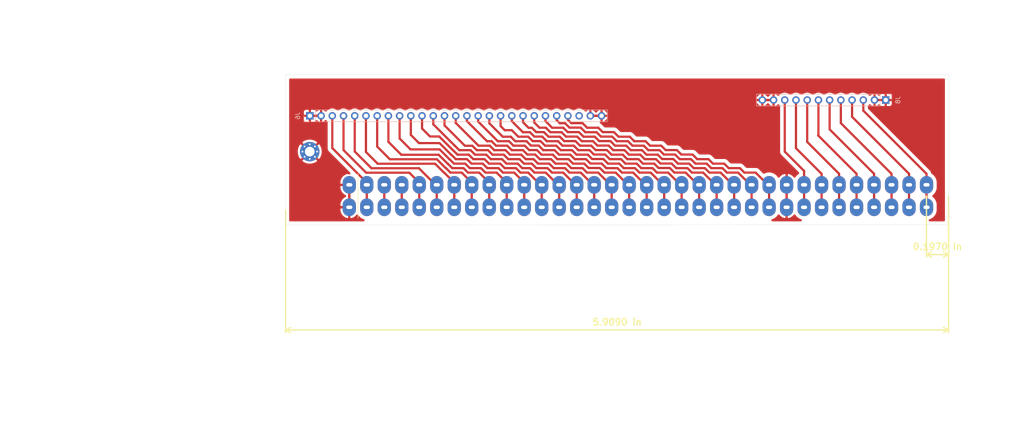
<source format=kicad_pcb>
(kicad_pcb (version 20171130) (host pcbnew 5.1.6+dfsg1-1~bpo10+1)

  (general
    (thickness 1.6)
    (drawings 25)
    (tracks 471)
    (zones 0)
    (modules 4)
    (nets 35)
  )

  (page A4)
  (title_block
    (title "TH-XWhatsIt Controller pcb and optional plugboards")
    (date 2020-01-31)
    (rev 0.0.3)
    (company "Rainy Day Plans")
    (comment 1 "if plugboards are not needed, delete them ")
    (comment 4 "Licenced under CERN OHL Version 1.2")
  )

  (layers
    (0 F.Cu signal)
    (31 B.Cu signal)
    (32 B.Adhes user)
    (33 F.Adhes user)
    (34 B.Paste user)
    (35 F.Paste user)
    (36 B.SilkS user)
    (37 F.SilkS user)
    (38 B.Mask user)
    (39 F.Mask user)
    (40 Dwgs.User user)
    (41 Cmts.User user)
    (42 Eco1.User user)
    (43 Eco2.User user)
    (44 Edge.Cuts user)
    (45 Margin user)
    (46 B.CrtYd user)
    (47 F.CrtYd user)
    (48 B.Fab user)
    (49 F.Fab user)
  )

  (setup
    (last_trace_width 0.5)
    (user_trace_width 0.1524)
    (trace_clearance 0.5)
    (zone_clearance 0.508)
    (zone_45_only no)
    (trace_min 0.1524)
    (via_size 0.508)
    (via_drill 0.254)
    (via_min_size 0.508)
    (via_min_drill 0.254)
    (user_via 0.508 0.254)
    (uvia_size 0.508)
    (uvia_drill 0.254)
    (uvias_allowed no)
    (uvia_min_size 0.2)
    (uvia_min_drill 0.1)
    (edge_width 0.05)
    (segment_width 0.05)
    (pcb_text_width 0.3)
    (pcb_text_size 1.5 1.5)
    (mod_edge_width 0.12)
    (mod_text_size 1 1)
    (mod_text_width 0.15)
    (pad_size 1.524 1.524)
    (pad_drill 0.762)
    (pad_to_mask_clearance 0.0508)
    (solder_mask_min_width 0.101)
    (aux_axis_origin 0 0)
    (visible_elements 7FFFFF7F)
    (pcbplotparams
      (layerselection 0x010fc_ffffffff)
      (usegerberextensions false)
      (usegerberattributes false)
      (usegerberadvancedattributes false)
      (creategerberjobfile false)
      (excludeedgelayer true)
      (linewidth 0.100000)
      (plotframeref false)
      (viasonmask false)
      (mode 1)
      (useauxorigin false)
      (hpglpennumber 1)
      (hpglpenspeed 20)
      (hpglpendiameter 15.000000)
      (psnegative false)
      (psa4output false)
      (plotreference true)
      (plotvalue true)
      (plotinvisibletext false)
      (padsonsilk false)
      (subtractmaskfromsilk false)
      (outputformat 1)
      (mirror false)
      (drillshape 1)
      (scaleselection 1)
      (outputdirectory ""))
  )

  (net 0 "")
  (net 1 "/beamspring plugboard/BSGROUND")
  (net 2 "/beamspring plugboard/BSCOL23")
  (net 3 "/beamspring plugboard/BSCOL22")
  (net 4 "/beamspring plugboard/BSCOL21")
  (net 5 "/beamspring plugboard/BSCOL20")
  (net 6 "/beamspring plugboard/BSCOL19")
  (net 7 "/beamspring plugboard/BSCOL18")
  (net 8 "/beamspring plugboard/BSCOL17")
  (net 9 "/beamspring plugboard/BSCOL16")
  (net 10 "/beamspring plugboard/BSCOL15")
  (net 11 "/beamspring plugboard/BSCOL14")
  (net 12 "/beamspring plugboard/BSCOL13")
  (net 13 "/beamspring plugboard/BSCOL12")
  (net 14 "/beamspring plugboard/BSCOL11")
  (net 15 "/beamspring plugboard/BSCOL10")
  (net 16 "/beamspring plugboard/BSCOL9")
  (net 17 "/beamspring plugboard/BSCOL8")
  (net 18 "/beamspring plugboard/BSCOL7")
  (net 19 "/beamspring plugboard/BSCOL6")
  (net 20 "/beamspring plugboard/BSCOL5")
  (net 21 "/beamspring plugboard/BSCOL4")
  (net 22 "/beamspring plugboard/BSCOL3")
  (net 23 "/beamspring plugboard/BSCOL2")
  (net 24 "/beamspring plugboard/BSCOL1")
  (net 25 "/beamspring plugboard/BSSENSE4")
  (net 26 "/beamspring plugboard/BSSENSE3")
  (net 27 "/beamspring plugboard/BSSENSE2")
  (net 28 "/beamspring plugboard/BSSENSE1")
  (net 29 "Net-(J7-Pad4)")
  (net 30 "/beamspring plugboard/BSSENSE7")
  (net 31 "/beamspring plugboard/BSSENSE5")
  (net 32 "/beamspring plugboard/BSSENSE8")
  (net 33 "Net-(J7-Pad3)")
  (net 34 "/beamspring plugboard/BSSENSE6")

  (net_class Default "This is the default net class."
    (clearance 0.5)
    (trace_width 0.5)
    (via_dia 0.508)
    (via_drill 0.254)
    (uvia_dia 0.508)
    (uvia_drill 0.254)
    (diff_pair_width 0.1524)
    (diff_pair_gap 0.1524)
    (add_net "/beamspring plugboard/BSCOL1")
    (add_net "/beamspring plugboard/BSCOL10")
    (add_net "/beamspring plugboard/BSCOL11")
    (add_net "/beamspring plugboard/BSCOL12")
    (add_net "/beamspring plugboard/BSCOL13")
    (add_net "/beamspring plugboard/BSCOL14")
    (add_net "/beamspring plugboard/BSCOL15")
    (add_net "/beamspring plugboard/BSCOL16")
    (add_net "/beamspring plugboard/BSCOL17")
    (add_net "/beamspring plugboard/BSCOL18")
    (add_net "/beamspring plugboard/BSCOL19")
    (add_net "/beamspring plugboard/BSCOL2")
    (add_net "/beamspring plugboard/BSCOL20")
    (add_net "/beamspring plugboard/BSCOL21")
    (add_net "/beamspring plugboard/BSCOL22")
    (add_net "/beamspring plugboard/BSCOL23")
    (add_net "/beamspring plugboard/BSCOL3")
    (add_net "/beamspring plugboard/BSCOL4")
    (add_net "/beamspring plugboard/BSCOL5")
    (add_net "/beamspring plugboard/BSCOL6")
    (add_net "/beamspring plugboard/BSCOL7")
    (add_net "/beamspring plugboard/BSCOL8")
    (add_net "/beamspring plugboard/BSCOL9")
    (add_net "/beamspring plugboard/BSGROUND")
    (add_net "/beamspring plugboard/BSSENSE1")
    (add_net "/beamspring plugboard/BSSENSE2")
    (add_net "/beamspring plugboard/BSSENSE3")
    (add_net "/beamspring plugboard/BSSENSE4")
    (add_net "/beamspring plugboard/BSSENSE5")
    (add_net "/beamspring plugboard/BSSENSE6")
    (add_net "/beamspring plugboard/BSSENSE7")
    (add_net "/beamspring plugboard/BSSENSE8")
    (add_net "Net-(J7-Pad3)")
    (add_net "Net-(J7-Pad4)")
  )

  (module Connector_PinSocket_2.54mm:PinSocket_1x27_P2.54mm_Vertical (layer B.Cu) (tedit 5A19A422) (tstamp 5E36280A)
    (at 90.24947 116.680685 270)
    (descr "Through hole straight socket strip, 1x27, 2.54mm pitch, single row (from Kicad 4.0.7), script generated")
    (tags "Through hole socket strip THT 1x27 2.54mm single row")
    (path /5E9772A5/5E982560)
    (fp_text reference J6 (at 0 2.77 90) (layer B.SilkS)
      (effects (font (size 1 1) (thickness 0.15)) (justify mirror))
    )
    (fp_text value "BEAMSPRING PLUGBOARD COLUMNS" (at 2.381915 -34.170947) (layer B.Fab)
      (effects (font (size 1 1) (thickness 0.15)) (justify mirror))
    )
    (fp_line (start -1.27 1.27) (end 0.635 1.27) (layer B.Fab) (width 0.1))
    (fp_line (start 0.635 1.27) (end 1.27 0.635) (layer B.Fab) (width 0.1))
    (fp_line (start 1.27 0.635) (end 1.27 -67.31) (layer B.Fab) (width 0.1))
    (fp_line (start 1.27 -67.31) (end -1.27 -67.31) (layer B.Fab) (width 0.1))
    (fp_line (start -1.27 -67.31) (end -1.27 1.27) (layer B.Fab) (width 0.1))
    (fp_line (start -1.33 -1.27) (end 1.33 -1.27) (layer B.SilkS) (width 0.12))
    (fp_line (start -1.33 -1.27) (end -1.33 -67.37) (layer B.SilkS) (width 0.12))
    (fp_line (start -1.33 -67.37) (end 1.33 -67.37) (layer B.SilkS) (width 0.12))
    (fp_line (start 1.33 -1.27) (end 1.33 -67.37) (layer B.SilkS) (width 0.12))
    (fp_line (start 1.33 1.33) (end 1.33 0) (layer B.SilkS) (width 0.12))
    (fp_line (start 0 1.33) (end 1.33 1.33) (layer B.SilkS) (width 0.12))
    (fp_line (start -1.8 1.8) (end 1.75 1.8) (layer B.CrtYd) (width 0.05))
    (fp_line (start 1.75 1.8) (end 1.75 -67.8) (layer B.CrtYd) (width 0.05))
    (fp_line (start 1.75 -67.8) (end -1.8 -67.8) (layer B.CrtYd) (width 0.05))
    (fp_line (start -1.8 -67.8) (end -1.8 1.8) (layer B.CrtYd) (width 0.05))
    (fp_text user %R (at 0 -33.02 180) (layer B.Fab)
      (effects (font (size 1 1) (thickness 0.15)) (justify mirror))
    )
    (pad 27 thru_hole oval (at 0 -66.04 270) (size 1.7 1.7) (drill 1) (layers *.Cu *.Mask)
      (net 1 "/beamspring plugboard/BSGROUND"))
    (pad 26 thru_hole oval (at 0 -63.5 270) (size 1.7 1.7) (drill 1) (layers *.Cu *.Mask)
      (net 1 "/beamspring plugboard/BSGROUND"))
    (pad 25 thru_hole oval (at 0 -60.96 270) (size 1.7 1.7) (drill 1) (layers *.Cu *.Mask)
      (net 2 "/beamspring plugboard/BSCOL23"))
    (pad 24 thru_hole oval (at 0 -58.42 270) (size 1.7 1.7) (drill 1) (layers *.Cu *.Mask)
      (net 3 "/beamspring plugboard/BSCOL22"))
    (pad 23 thru_hole oval (at 0 -55.88 270) (size 1.7 1.7) (drill 1) (layers *.Cu *.Mask)
      (net 4 "/beamspring plugboard/BSCOL21"))
    (pad 22 thru_hole oval (at 0 -53.34 270) (size 1.7 1.7) (drill 1) (layers *.Cu *.Mask)
      (net 5 "/beamspring plugboard/BSCOL20"))
    (pad 21 thru_hole oval (at 0 -50.8 270) (size 1.7 1.7) (drill 1) (layers *.Cu *.Mask)
      (net 6 "/beamspring plugboard/BSCOL19"))
    (pad 20 thru_hole oval (at 0 -48.26 270) (size 1.7 1.7) (drill 1) (layers *.Cu *.Mask)
      (net 7 "/beamspring plugboard/BSCOL18"))
    (pad 19 thru_hole oval (at 0 -45.72 270) (size 1.7 1.7) (drill 1) (layers *.Cu *.Mask)
      (net 8 "/beamspring plugboard/BSCOL17"))
    (pad 18 thru_hole oval (at 0 -43.18 270) (size 1.7 1.7) (drill 1) (layers *.Cu *.Mask)
      (net 9 "/beamspring plugboard/BSCOL16"))
    (pad 17 thru_hole oval (at 0 -40.64 270) (size 1.7 1.7) (drill 1) (layers *.Cu *.Mask)
      (net 10 "/beamspring plugboard/BSCOL15"))
    (pad 16 thru_hole oval (at 0 -38.1 270) (size 1.7 1.7) (drill 1) (layers *.Cu *.Mask)
      (net 11 "/beamspring plugboard/BSCOL14"))
    (pad 15 thru_hole oval (at 0 -35.56 270) (size 1.7 1.7) (drill 1) (layers *.Cu *.Mask)
      (net 12 "/beamspring plugboard/BSCOL13"))
    (pad 14 thru_hole oval (at 0 -33.02 270) (size 1.7 1.7) (drill 1) (layers *.Cu *.Mask)
      (net 13 "/beamspring plugboard/BSCOL12"))
    (pad 13 thru_hole oval (at 0 -30.48 270) (size 1.7 1.7) (drill 1) (layers *.Cu *.Mask)
      (net 14 "/beamspring plugboard/BSCOL11"))
    (pad 12 thru_hole oval (at 0 -27.94 270) (size 1.7 1.7) (drill 1) (layers *.Cu *.Mask)
      (net 15 "/beamspring plugboard/BSCOL10"))
    (pad 11 thru_hole oval (at 0 -25.4 270) (size 1.7 1.7) (drill 1) (layers *.Cu *.Mask)
      (net 16 "/beamspring plugboard/BSCOL9"))
    (pad 10 thru_hole oval (at 0 -22.86 270) (size 1.7 1.7) (drill 1) (layers *.Cu *.Mask)
      (net 17 "/beamspring plugboard/BSCOL8"))
    (pad 9 thru_hole oval (at 0 -20.32 270) (size 1.7 1.7) (drill 1) (layers *.Cu *.Mask)
      (net 18 "/beamspring plugboard/BSCOL7"))
    (pad 8 thru_hole oval (at 0 -17.78 270) (size 1.7 1.7) (drill 1) (layers *.Cu *.Mask)
      (net 19 "/beamspring plugboard/BSCOL6"))
    (pad 7 thru_hole oval (at 0 -15.24 270) (size 1.7 1.7) (drill 1) (layers *.Cu *.Mask)
      (net 20 "/beamspring plugboard/BSCOL5"))
    (pad 6 thru_hole oval (at 0 -12.7 270) (size 1.7 1.7) (drill 1) (layers *.Cu *.Mask)
      (net 21 "/beamspring plugboard/BSCOL4"))
    (pad 5 thru_hole oval (at 0 -10.16 270) (size 1.7 1.7) (drill 1) (layers *.Cu *.Mask)
      (net 22 "/beamspring plugboard/BSCOL3"))
    (pad 4 thru_hole oval (at 0 -7.62 270) (size 1.7 1.7) (drill 1) (layers *.Cu *.Mask)
      (net 23 "/beamspring plugboard/BSCOL2"))
    (pad 3 thru_hole oval (at 0 -5.08 270) (size 1.7 1.7) (drill 1) (layers *.Cu *.Mask)
      (net 24 "/beamspring plugboard/BSCOL1"))
    (pad 2 thru_hole oval (at 0 -2.54 270) (size 1.7 1.7) (drill 1) (layers *.Cu *.Mask)
      (net 1 "/beamspring plugboard/BSGROUND"))
    (pad 1 thru_hole rect (at 0 0 270) (size 1.7 1.7) (drill 1) (layers *.Cu *.Mask)
      (net 1 "/beamspring plugboard/BSGROUND"))
    (model ${KISYS3DMOD}/Connector_PinSocket_2.54mm.3dshapes/PinSocket_1x27_P2.54mm_Vertical.wrl
      (at (xyz 0 0 0))
      (scale (xyz 1 1 1))
      (rotate (xyz 0 0 0))
    )
  )

  (module modded:cardedge_beamship (layer F.Cu) (tedit 5F1D5D08) (tstamp 5F21B79D)
    (at 156.5984 132.3086)
    (path /5E9772A5/5F1E2E93)
    (fp_text reference J7 (at 31.75 10.16) (layer F.SilkS) hide
      (effects (font (size 1 1) (thickness 0.15)))
    )
    (fp_text value Conn_01x34 (at 0 10.16) (layer F.SilkS) hide
      (effects (font (size 1 1) (thickness 0.15)))
    )
    (fp_line (start -55.44 -2.54) (end -55.44 7.64) (layer F.SilkS) (width 0.12))
    (fp_line (start -59.92 -1.815) (end 75.76 -1.815) (layer F.CrtYd) (width 0.05))
    (fp_line (start 75.76 -1.815) (end 75.76 6.895) (layer F.CrtYd) (width 0.05))
    (fp_line (start 75.76 6.895) (end -59.92 6.895) (layer F.CrtYd) (width 0.05))
    (fp_line (start -59.92 6.895) (end -59.92 -1.815) (layer F.CrtYd) (width 0.05))
    (pad 30 thru_hole oval (at 57.42 0) (size 3 4) (drill oval 1.4 0.8) (layers *.Cu *.Mask)
      (net 25 "/beamspring plugboard/BSSENSE4"))
    (pad 29 thru_hole oval (at 53.46 0) (size 3 4) (drill oval 1.4 0.8) (layers *.Cu *.Mask)
      (net 26 "/beamspring plugboard/BSSENSE3"))
    (pad 28 thru_hole oval (at 49.5 0) (size 3 4) (drill oval 1.4 0.8) (layers *.Cu *.Mask)
      (net 27 "/beamspring plugboard/BSSENSE2"))
    (pad 27 thru_hole oval (at 45.54 0) (size 3 4) (drill oval 1.4 0.8) (layers *.Cu *.Mask)
      (net 28 "/beamspring plugboard/BSSENSE1"))
    (pad 26 thru_hole oval (at 41.58 0) (size 3 4) (drill oval 1.4 0.8) (layers *.Cu *.Mask)
      (net 1 "/beamspring plugboard/BSGROUND"))
    (pad 25 thru_hole oval (at 37.62 0) (size 3 4) (drill oval 1.4 0.8) (layers *.Cu *.Mask)
      (net 3 "/beamspring plugboard/BSCOL22"))
    (pad 24 thru_hole oval (at 33.66 0) (size 3 4) (drill oval 1.4 0.8) (layers *.Cu *.Mask)
      (net 4 "/beamspring plugboard/BSCOL21"))
    (pad 23 thru_hole oval (at 29.7 0) (size 3 4) (drill oval 1.4 0.8) (layers *.Cu *.Mask)
      (net 5 "/beamspring plugboard/BSCOL20"))
    (pad 22 thru_hole oval (at 25.74 0) (size 3 4) (drill oval 1.4 0.8) (layers *.Cu *.Mask)
      (net 6 "/beamspring plugboard/BSCOL19"))
    (pad 21 thru_hole oval (at 21.78 0) (size 3 4) (drill oval 1.4 0.8) (layers *.Cu *.Mask)
      (net 7 "/beamspring plugboard/BSCOL18"))
    (pad 20 thru_hole oval (at 17.82 0) (size 3 4) (drill oval 1.4 0.8) (layers *.Cu *.Mask)
      (net 8 "/beamspring plugboard/BSCOL17"))
    (pad 19 thru_hole oval (at 13.86 0) (size 3 4) (drill oval 1.4 0.8) (layers *.Cu *.Mask)
      (net 9 "/beamspring plugboard/BSCOL16"))
    (pad 18 thru_hole oval (at 9.9 0) (size 3 4) (drill oval 1.4 0.8) (layers *.Cu *.Mask)
      (net 10 "/beamspring plugboard/BSCOL15"))
    (pad 17 thru_hole oval (at 5.94 0) (size 3 4) (drill oval 1.4 0.8) (layers *.Cu *.Mask)
      (net 11 "/beamspring plugboard/BSCOL14"))
    (pad 16 thru_hole oval (at 1.98 0) (size 3 4) (drill oval 1.4 0.8) (layers *.Cu *.Mask)
      (net 12 "/beamspring plugboard/BSCOL13"))
    (pad 15 thru_hole oval (at -1.98 0) (size 3 4) (drill oval 1.4 0.8) (layers *.Cu *.Mask)
      (net 13 "/beamspring plugboard/BSCOL12"))
    (pad 14 thru_hole oval (at -5.94 0) (size 3 4) (drill oval 1.4 0.8) (layers *.Cu *.Mask)
      (net 14 "/beamspring plugboard/BSCOL11"))
    (pad 13 thru_hole oval (at -9.9 0) (size 3 4) (drill oval 1.4 0.8) (layers *.Cu *.Mask)
      (net 15 "/beamspring plugboard/BSCOL10"))
    (pad 12 thru_hole oval (at -13.86 0) (size 3 4) (drill oval 1.4 0.8) (layers *.Cu *.Mask)
      (net 16 "/beamspring plugboard/BSCOL9"))
    (pad 11 thru_hole oval (at -17.82 0) (size 3 4) (drill oval 1.4 0.8) (layers *.Cu *.Mask)
      (net 17 "/beamspring plugboard/BSCOL8"))
    (pad 10 thru_hole oval (at -21.78 0) (size 3 4) (drill oval 1.4 0.8) (layers *.Cu *.Mask)
      (net 18 "/beamspring plugboard/BSCOL7"))
    (pad 9 thru_hole oval (at -25.74 0) (size 3 4) (drill oval 1.4 0.8) (layers *.Cu *.Mask)
      (net 19 "/beamspring plugboard/BSCOL6"))
    (pad 8 thru_hole oval (at -29.7 0) (size 3 4) (drill oval 1.4 0.8) (layers *.Cu *.Mask)
      (net 20 "/beamspring plugboard/BSCOL5"))
    (pad 7 thru_hole oval (at -33.66 0) (size 3 4) (drill oval 1.4 0.8) (layers *.Cu *.Mask)
      (net 21 "/beamspring plugboard/BSCOL4"))
    (pad 6 thru_hole oval (at -37.62 0) (size 3 4) (drill oval 1.4 0.8) (layers *.Cu *.Mask)
      (net 22 "/beamspring plugboard/BSCOL3"))
    (pad 5 thru_hole oval (at -41.58 0) (size 3 4) (drill oval 1.4 0.8) (layers *.Cu *.Mask)
      (net 23 "/beamspring plugboard/BSCOL2"))
    (pad 4 thru_hole oval (at -45.54 0) (size 3 4) (drill oval 1.4 0.8) (layers *.Cu *.Mask)
      (net 29 "Net-(J7-Pad4)"))
    (pad 3 thru_hole oval (at -49.5 0) (size 3 4) (drill oval 1.4 0.8) (layers *.Cu *.Mask)
      (net 33 "Net-(J7-Pad3)"))
    (pad 2 thru_hole oval (at -53.46 0) (size 3 4) (drill oval 1.4 0.8) (layers *.Cu *.Mask)
      (net 24 "/beamspring plugboard/BSCOL1"))
    (pad 1 thru_hole oval (at -57.42 0) (size 3 4) (drill oval 1.4 0.8) (layers *.Cu *.Mask)
      (net 1 "/beamspring plugboard/BSGROUND"))
    (pad 31 thru_hole oval (at 61.38 0) (size 3 4) (drill oval 1.4 0.8) (layers *.Cu *.Mask)
      (net 31 "/beamspring plugboard/BSSENSE5"))
    (pad 32 thru_hole oval (at 65.34 0) (size 3 4) (drill oval 1.4 0.8) (layers *.Cu *.Mask)
      (net 34 "/beamspring plugboard/BSSENSE6"))
    (pad 33 thru_hole oval (at 69.3 0) (size 3 4) (drill oval 1.4 0.8) (layers *.Cu *.Mask)
      (net 30 "/beamspring plugboard/BSSENSE7"))
    (pad 34 thru_hole oval (at 73.26 0) (size 3 4) (drill oval 1.4 0.8) (layers *.Cu *.Mask)
      (net 32 "/beamspring plugboard/BSSENSE8"))
    (pad 1 thru_hole oval (at -57.42 5.08) (size 3 4) (drill oval 1.4 0.8) (layers *.Cu *.Mask)
      (net 1 "/beamspring plugboard/BSGROUND"))
    (pad 17 thru_hole oval (at 5.94 5.08) (size 3 4) (drill oval 1.4 0.8) (layers *.Cu *.Mask)
      (net 11 "/beamspring plugboard/BSCOL14"))
    (pad 14 thru_hole oval (at -5.94 5.08) (size 3 4) (drill oval 1.4 0.8) (layers *.Cu *.Mask)
      (net 14 "/beamspring plugboard/BSCOL11"))
    (pad 8 thru_hole oval (at -29.7 5.08) (size 3 4) (drill oval 1.4 0.8) (layers *.Cu *.Mask)
      (net 20 "/beamspring plugboard/BSCOL5"))
    (pad 10 thru_hole oval (at -21.78 5.08) (size 3 4) (drill oval 1.4 0.8) (layers *.Cu *.Mask)
      (net 18 "/beamspring plugboard/BSCOL7"))
    (pad 13 thru_hole oval (at -9.9 5.08) (size 3 4) (drill oval 1.4 0.8) (layers *.Cu *.Mask)
      (net 15 "/beamspring plugboard/BSCOL10"))
    (pad 2 thru_hole oval (at -53.46 5.08) (size 3 4) (drill oval 1.4 0.8) (layers *.Cu *.Mask)
      (net 24 "/beamspring plugboard/BSCOL1"))
    (pad 23 thru_hole oval (at 29.7 5.08) (size 3 4) (drill oval 1.4 0.8) (layers *.Cu *.Mask)
      (net 5 "/beamspring plugboard/BSCOL20"))
    (pad 32 thru_hole oval (at 65.34 5.08) (size 3 4) (drill oval 1.4 0.8) (layers *.Cu *.Mask)
      (net 34 "/beamspring plugboard/BSSENSE6"))
    (pad 3 thru_hole oval (at -49.5 5.08) (size 3 4) (drill oval 1.4 0.8) (layers *.Cu *.Mask)
      (net 33 "Net-(J7-Pad3)"))
    (pad 26 thru_hole oval (at 41.58 5.08) (size 3 4) (drill oval 1.4 0.8) (layers *.Cu *.Mask)
      (net 1 "/beamspring plugboard/BSGROUND"))
    (pad 34 thru_hole oval (at 73.26 5.08) (size 3 4) (drill oval 1.4 0.8) (layers *.Cu *.Mask)
      (net 32 "/beamspring plugboard/BSSENSE8"))
    (pad 16 thru_hole oval (at 1.98 5.08) (size 3 4) (drill oval 1.4 0.8) (layers *.Cu *.Mask)
      (net 12 "/beamspring plugboard/BSCOL13"))
    (pad 11 thru_hole oval (at -17.82 5.08) (size 3 4) (drill oval 1.4 0.8) (layers *.Cu *.Mask)
      (net 17 "/beamspring plugboard/BSCOL8"))
    (pad 31 thru_hole oval (at 61.38 5.08) (size 3 4) (drill oval 1.4 0.8) (layers *.Cu *.Mask)
      (net 31 "/beamspring plugboard/BSSENSE5"))
    (pad 18 thru_hole oval (at 9.9 5.08) (size 3 4) (drill oval 1.4 0.8) (layers *.Cu *.Mask)
      (net 10 "/beamspring plugboard/BSCOL15"))
    (pad 22 thru_hole oval (at 25.74 5.08) (size 3 4) (drill oval 1.4 0.8) (layers *.Cu *.Mask)
      (net 6 "/beamspring plugboard/BSCOL19"))
    (pad 7 thru_hole oval (at -33.66 5.08) (size 3 4) (drill oval 1.4 0.8) (layers *.Cu *.Mask)
      (net 21 "/beamspring plugboard/BSCOL4"))
    (pad 6 thru_hole oval (at -37.62 5.08) (size 3 4) (drill oval 1.4 0.8) (layers *.Cu *.Mask)
      (net 22 "/beamspring plugboard/BSCOL3"))
    (pad 12 thru_hole oval (at -13.86 5.08) (size 3 4) (drill oval 1.4 0.8) (layers *.Cu *.Mask)
      (net 16 "/beamspring plugboard/BSCOL9"))
    (pad 24 thru_hole oval (at 33.66 5.08) (size 3 4) (drill oval 1.4 0.8) (layers *.Cu *.Mask)
      (net 4 "/beamspring plugboard/BSCOL21"))
    (pad 28 thru_hole oval (at 49.5 5.08) (size 3 4) (drill oval 1.4 0.8) (layers *.Cu *.Mask)
      (net 27 "/beamspring plugboard/BSSENSE2"))
    (pad 25 thru_hole oval (at 37.62 5.08) (size 3 4) (drill oval 1.4 0.8) (layers *.Cu *.Mask)
      (net 3 "/beamspring plugboard/BSCOL22"))
    (pad 27 thru_hole oval (at 45.54 5.08) (size 3 4) (drill oval 1.4 0.8) (layers *.Cu *.Mask)
      (net 28 "/beamspring plugboard/BSSENSE1"))
    (pad 21 thru_hole oval (at 21.78 5.08) (size 3 4) (drill oval 1.4 0.8) (layers *.Cu *.Mask)
      (net 7 "/beamspring plugboard/BSCOL18"))
    (pad 29 thru_hole oval (at 53.46 5.08) (size 3 4) (drill oval 1.4 0.8) (layers *.Cu *.Mask)
      (net 26 "/beamspring plugboard/BSSENSE3"))
    (pad 30 thru_hole oval (at 57.42 5.08) (size 3 4) (drill oval 1.4 0.8) (layers *.Cu *.Mask)
      (net 25 "/beamspring plugboard/BSSENSE4"))
    (pad 15 thru_hole oval (at -1.98 5.08) (size 3 4) (drill oval 1.4 0.8) (layers *.Cu *.Mask)
      (net 13 "/beamspring plugboard/BSCOL12"))
    (pad 9 thru_hole oval (at -25.74 5.08) (size 3 4) (drill oval 1.4 0.8) (layers *.Cu *.Mask)
      (net 19 "/beamspring plugboard/BSCOL6"))
    (pad 5 thru_hole oval (at -41.58 5.08) (size 3 4) (drill oval 1.4 0.8) (layers *.Cu *.Mask)
      (net 23 "/beamspring plugboard/BSCOL2"))
    (pad 19 thru_hole oval (at 13.86 5.08) (size 3 4) (drill oval 1.4 0.8) (layers *.Cu *.Mask)
      (net 9 "/beamspring plugboard/BSCOL16"))
    (pad 33 thru_hole oval (at 69.3 5.08) (size 3 4) (drill oval 1.4 0.8) (layers *.Cu *.Mask)
      (net 30 "/beamspring plugboard/BSSENSE7"))
    (pad 20 thru_hole oval (at 17.82 5.08) (size 3 4) (drill oval 1.4 0.8) (layers *.Cu *.Mask)
      (net 8 "/beamspring plugboard/BSCOL17"))
    (pad 4 thru_hole oval (at -45.54 5.08) (size 3 4) (drill oval 1.4 0.8) (layers *.Cu *.Mask)
      (net 29 "Net-(J7-Pad4)"))
  )

  (module Connector_PinSocket_2.54mm:PinSocket_1x12_P2.54mm_Vertical (layer B.Cu) (tedit 5A19A41D) (tstamp 5E38DAAB)
    (at 220.622985 113.108807 90)
    (descr "Through hole straight socket strip, 1x12, 2.54mm pitch, single row (from Kicad 4.0.7), script generated")
    (tags "Through hole socket strip THT 1x12 2.54mm single row")
    (path /5E9772A5/5E98257D)
    (fp_text reference J8 (at 0 2.77 -90) (layer B.SilkS)
      (effects (font (size 1 1) (thickness 0.15)) (justify mirror))
    )
    (fp_text value "BEAMSPRING PLUGBOARD ROWS" (at -2.381915 -14.049374 180) (layer B.Fab)
      (effects (font (size 1 1) (thickness 0.15)) (justify mirror))
    )
    (fp_line (start -1.27 1.27) (end 0.635 1.27) (layer B.Fab) (width 0.1))
    (fp_line (start 0.635 1.27) (end 1.27 0.635) (layer B.Fab) (width 0.1))
    (fp_line (start 1.27 0.635) (end 1.27 -29.21) (layer B.Fab) (width 0.1))
    (fp_line (start 1.27 -29.21) (end -1.27 -29.21) (layer B.Fab) (width 0.1))
    (fp_line (start -1.27 -29.21) (end -1.27 1.27) (layer B.Fab) (width 0.1))
    (fp_line (start -1.33 -1.27) (end 1.33 -1.27) (layer B.SilkS) (width 0.12))
    (fp_line (start -1.33 -1.27) (end -1.33 -29.27) (layer B.SilkS) (width 0.12))
    (fp_line (start -1.33 -29.27) (end 1.33 -29.27) (layer B.SilkS) (width 0.12))
    (fp_line (start 1.33 -1.27) (end 1.33 -29.27) (layer B.SilkS) (width 0.12))
    (fp_line (start 1.33 1.33) (end 1.33 0) (layer B.SilkS) (width 0.12))
    (fp_line (start 0 1.33) (end 1.33 1.33) (layer B.SilkS) (width 0.12))
    (fp_line (start -1.8 1.8) (end 1.75 1.8) (layer B.CrtYd) (width 0.05))
    (fp_line (start 1.75 1.8) (end 1.75 -29.7) (layer B.CrtYd) (width 0.05))
    (fp_line (start 1.75 -29.7) (end -1.8 -29.7) (layer B.CrtYd) (width 0.05))
    (fp_line (start -1.8 -29.7) (end -1.8 1.8) (layer B.CrtYd) (width 0.05))
    (fp_text user %R (at 0 -13.97) (layer B.Fab)
      (effects (font (size 1 1) (thickness 0.15)) (justify mirror))
    )
    (pad 12 thru_hole oval (at 0 -27.94 90) (size 1.7 1.7) (drill 1) (layers *.Cu *.Mask)
      (net 1 "/beamspring plugboard/BSGROUND"))
    (pad 11 thru_hole oval (at 0 -25.4 90) (size 1.7 1.7) (drill 1) (layers *.Cu *.Mask)
      (net 1 "/beamspring plugboard/BSGROUND"))
    (pad 10 thru_hole oval (at 0 -22.86 90) (size 1.7 1.7) (drill 1) (layers *.Cu *.Mask)
      (net 28 "/beamspring plugboard/BSSENSE1"))
    (pad 9 thru_hole oval (at 0 -20.32 90) (size 1.7 1.7) (drill 1) (layers *.Cu *.Mask)
      (net 27 "/beamspring plugboard/BSSENSE2"))
    (pad 8 thru_hole oval (at 0 -17.78 90) (size 1.7 1.7) (drill 1) (layers *.Cu *.Mask)
      (net 26 "/beamspring plugboard/BSSENSE3"))
    (pad 7 thru_hole oval (at 0 -15.24 90) (size 1.7 1.7) (drill 1) (layers *.Cu *.Mask)
      (net 25 "/beamspring plugboard/BSSENSE4"))
    (pad 6 thru_hole oval (at 0 -12.7 90) (size 1.7 1.7) (drill 1) (layers *.Cu *.Mask)
      (net 31 "/beamspring plugboard/BSSENSE5"))
    (pad 5 thru_hole oval (at 0 -10.16 90) (size 1.7 1.7) (drill 1) (layers *.Cu *.Mask)
      (net 34 "/beamspring plugboard/BSSENSE6"))
    (pad 4 thru_hole oval (at 0 -7.62 90) (size 1.7 1.7) (drill 1) (layers *.Cu *.Mask)
      (net 30 "/beamspring plugboard/BSSENSE7"))
    (pad 3 thru_hole oval (at 0 -5.08 90) (size 1.7 1.7) (drill 1) (layers *.Cu *.Mask)
      (net 32 "/beamspring plugboard/BSSENSE8"))
    (pad 2 thru_hole oval (at 0 -2.54 90) (size 1.7 1.7) (drill 1) (layers *.Cu *.Mask)
      (net 1 "/beamspring plugboard/BSGROUND"))
    (pad 1 thru_hole rect (at 0 0 90) (size 1.7 1.7) (drill 1) (layers *.Cu *.Mask)
      (net 1 "/beamspring plugboard/BSGROUND"))
    (model ${KISYS3DMOD}/Connector_PinSocket_2.54mm.3dshapes/PinSocket_1x12_P2.54mm_Vertical.wrl
      (at (xyz 0 0 0))
      (scale (xyz 1 1 1))
      (rotate (xyz 0 0 0))
    )
  )

  (module MountingHole:MountingHole_2.2mm_M2_Pad_Via (layer F.Cu) (tedit 56DDB9C7) (tstamp 5F21B93A)
    (at 90.2208 124.7902)
    (descr "Mounting Hole 2.2mm, M2")
    (tags "mounting hole 2.2mm m2")
    (path /5E9772A5/5E3A02A4)
    (attr virtual)
    (fp_text reference H3 (at 0 -3.2) (layer F.SilkS) hide
      (effects (font (size 1 1) (thickness 0.15)))
    )
    (fp_text value "GROUND STRAP" (at 1.6992 4.3098) (layer F.Fab)
      (effects (font (size 1 1) (thickness 0.15)))
    )
    (fp_circle (center 0 0) (end 2.2 0) (layer Cmts.User) (width 0.15))
    (fp_circle (center 0 0) (end 2.45 0) (layer F.CrtYd) (width 0.05))
    (fp_text user %R (at 0.3 0) (layer F.Fab)
      (effects (font (size 1 1) (thickness 0.15)))
    )
    (pad 1 thru_hole circle (at 1.166726 -1.166726) (size 0.7 0.7) (drill 0.4) (layers *.Cu *.Mask)
      (net 1 "/beamspring plugboard/BSGROUND"))
    (pad 1 thru_hole circle (at 0 -1.65) (size 0.7 0.7) (drill 0.4) (layers *.Cu *.Mask)
      (net 1 "/beamspring plugboard/BSGROUND"))
    (pad 1 thru_hole circle (at -1.166726 -1.166726) (size 0.7 0.7) (drill 0.4) (layers *.Cu *.Mask)
      (net 1 "/beamspring plugboard/BSGROUND"))
    (pad 1 thru_hole circle (at -1.65 0) (size 0.7 0.7) (drill 0.4) (layers *.Cu *.Mask)
      (net 1 "/beamspring plugboard/BSGROUND"))
    (pad 1 thru_hole circle (at -1.166726 1.166726) (size 0.7 0.7) (drill 0.4) (layers *.Cu *.Mask)
      (net 1 "/beamspring plugboard/BSGROUND"))
    (pad 1 thru_hole circle (at 0 1.65) (size 0.7 0.7) (drill 0.4) (layers *.Cu *.Mask)
      (net 1 "/beamspring plugboard/BSGROUND"))
    (pad 1 thru_hole circle (at 1.166726 1.166726) (size 0.7 0.7) (drill 0.4) (layers *.Cu *.Mask)
      (net 1 "/beamspring plugboard/BSGROUND"))
    (pad 1 thru_hole circle (at 1.65 0) (size 0.7 0.7) (drill 0.4) (layers *.Cu *.Mask)
      (net 1 "/beamspring plugboard/BSGROUND"))
    (pad 1 thru_hole circle (at 0 0) (size 4.4 4.4) (drill 2.2) (layers *.Cu *.Mask)
      (net 1 "/beamspring plugboard/BSGROUND"))
  )

  (dimension 33.985237 (width 0.3) (layer Dwgs.User)
    (gr_text "33.985 mm" (at 250.004 124.409181 90) (layer Dwgs.User)
      (effects (font (size 1.5 1.5) (thickness 0.3)))
    )
    (feature1 (pts (xy 234.8484 107.416563) (xy 248.490421 107.416563)))
    (feature2 (pts (xy 234.8484 141.4018) (xy 248.490421 141.4018)))
    (crossbar (pts (xy 247.904 141.4018) (xy 247.904 107.416563)))
    (arrow1a (pts (xy 247.904 107.416563) (xy 248.490421 108.543067)))
    (arrow1b (pts (xy 247.904 107.416563) (xy 247.317579 108.543067)))
    (arrow2a (pts (xy 247.904 141.4018) (xy 248.490421 140.275296)))
    (arrow2b (pts (xy 247.904 141.4018) (xy 247.317579 140.275296)))
  )
  (gr_line (start 234.8484 141.3764) (end 234.8484 107.4166) (layer Edge.Cuts) (width 0.05))
  (gr_line (start 84.7344 107.4166) (end 234.8484 107.4166) (layer Edge.Cuts) (width 0.05))
  (gr_line (start 84.7344 141.4018) (end 84.7344 107.4166) (layer Edge.Cuts) (width 0.05))
  (gr_line (start 234.8484 141.3764) (end 84.7344 141.4018) (layer Edge.Cuts) (width 0.05))
  (gr_arc (start 54.173483 119.0626) (end 53.57817 119.0626) (angle -90) (layer Cmts.User) (width 0.05) (tstamp 5E36CF45))
  (dimension 5.003864 (width 0.3) (layer F.SilkS)
    (gr_text "5.004 mm" (at 232.346532 150.2074) (layer F.SilkS)
      (effects (font (size 1.5 1.5) (thickness 0.3)))
    )
    (feature1 (pts (xy 234.848464 134.874) (xy 234.848464 148.693821)))
    (feature2 (pts (xy 229.8446 134.874) (xy 229.8446 148.693821)))
    (crossbar (pts (xy 229.8446 148.1074) (xy 234.848464 148.1074)))
    (arrow1a (pts (xy 234.848464 148.1074) (xy 233.72196 148.693821)))
    (arrow1b (pts (xy 234.848464 148.1074) (xy 233.72196 147.520979)))
    (arrow2a (pts (xy 229.8446 148.1074) (xy 230.971104 148.693821)))
    (arrow2b (pts (xy 229.8446 148.1074) (xy 230.971104 147.520979)))
  )
  (dimension 150.0886 (width 0.3) (layer F.SilkS)
    (gr_text "150.089 mm" (at 159.8041 167.2762) (layer F.SilkS)
      (effects (font (size 1.5 1.5) (thickness 0.3)))
    )
    (feature1 (pts (xy 84.7598 138.0744) (xy 84.7598 165.762621)))
    (feature2 (pts (xy 234.8484 138.0744) (xy 234.8484 165.762621)))
    (crossbar (pts (xy 234.8484 165.1762) (xy 84.7598 165.1762)))
    (arrow1a (pts (xy 84.7598 165.1762) (xy 85.886304 164.589779)))
    (arrow1b (pts (xy 84.7598 165.1762) (xy 85.886304 165.762621)))
    (arrow2a (pts (xy 234.8484 165.1762) (xy 233.721896 164.589779)))
    (arrow2b (pts (xy 234.8484 165.1762) (xy 233.721896 165.762621)))
  )
  (gr_line (start 235.623627 91.678202) (end 72.628186 91.678202) (layer Cmts.User) (width 0.05) (tstamp 5F4099C6))
  (dimension 13.096886 (width 0.15) (layer Dwgs.User)
    (gr_text "13.097 mm" (at 60.126613 104.884462) (layer Dwgs.User)
      (effects (font (size 1 1) (thickness 0.15)))
    )
    (feature1 (pts (xy 53.57817 99.417271) (xy 53.57817 104.170883)))
    (feature2 (pts (xy 66.675056 99.417271) (xy 66.675056 104.170883)))
    (crossbar (pts (xy 66.675056 103.584462) (xy 53.57817 103.584462)))
    (arrow1a (pts (xy 53.57817 103.584462) (xy 54.704674 102.998041)))
    (arrow1b (pts (xy 53.57817 103.584462) (xy 54.704674 104.170883)))
    (arrow2a (pts (xy 66.675056 103.584462) (xy 65.548552 102.998041)))
    (arrow2b (pts (xy 66.675056 103.584462) (xy 65.548552 104.170883)))
  )
  (dimension 8.334382 (width 0.15) (layer Dwgs.User)
    (gr_text "8.334 mm" (at 62.398491 95.845393 90) (layer Dwgs.User)
      (effects (font (size 1 1) (thickness 0.15)))
    )
    (feature1 (pts (xy 66.079743 91.678202) (xy 63.11207 91.678202)))
    (feature2 (pts (xy 66.079743 100.012584) (xy 63.11207 100.012584)))
    (crossbar (pts (xy 63.698491 100.012584) (xy 63.698491 91.678202)))
    (arrow1a (pts (xy 63.698491 91.678202) (xy 64.284912 92.804706)))
    (arrow1b (pts (xy 63.698491 91.678202) (xy 63.11207 92.804706)))
    (arrow2a (pts (xy 63.698491 100.012584) (xy 64.284912 98.88608)))
    (arrow2b (pts (xy 63.698491 100.012584) (xy 63.11207 98.88608)))
  )
  (gr_arc (start 54.173483 100.607897) (end 54.173483 100.012584) (angle -90) (layer Cmts.User) (width 0.05))
  (gr_arc (start 66.079743 99.417271) (end 66.079743 100.012584) (angle -90) (layer Cmts.User) (width 0.05))
  (gr_arc (start 67.270369 92.273515) (end 67.270369 91.678202) (angle -90) (layer Cmts.User) (width 0.05))
  (gr_line (start 54.173483 100.012584) (end 66.079743 100.012584) (layer Cmts.User) (width 0.05))
  (gr_line (start 66.675056 92.273515) (end 66.675056 99.417271) (layer Cmts.User) (width 0.05))
  (gr_arc (start 69.056308 91.082889) (end 69.056308 91.678202) (angle -180) (layer Cmts.User) (width 0.05) (tstamp 5E3994E0))
  (gr_arc (start 70.842247 91.082889) (end 70.842247 90.487576) (angle -180) (layer Cmts.User) (width 0.05) (tstamp 5E3994DA))
  (gr_arc (start 72.628186 91.082889) (end 72.628186 90.487576) (angle -180) (layer Cmts.User) (width 0.05) (tstamp 5E3994D7))
  (gr_arc (start 70.842247 91.082889) (end 70.842247 91.678202) (angle -180) (layer Cmts.User) (width 0.05) (tstamp 5E3994D4))
  (gr_arc (start 69.056308 91.082889) (end 69.056308 90.487576) (angle -180) (layer Cmts.User) (width 0.05) (tstamp 5E3994DD))
  (gr_arc (start 67.270369 91.082889) (end 67.270369 91.678202) (angle -180) (layer Cmts.User) (width 0.05) (tstamp 5E3994E3))
  (gr_line (start 231.576757 119.0626) (end 231.576757 92.273515) (layer Cmts.User) (width 0.05) (tstamp 5E36CF34))
  (gr_line (start 53.57817 100.607897) (end 53.57817 119.0626) (layer Cmts.User) (width 0.05) (tstamp 5E36CF33))
  (gr_text "Copyright Rainy Day Plans.\nThis documentation describes Open Hardware and is licensed under the\nCERN OHL v. 1.2.\nYou may redistribute and modify this documentation under the terms of the\nCERN OHL v.1.2. (http://ohwr.org/cernohl). This documentation is distributed\nWITHOUT ANY EXPRESS OR IMPLIED WARRANTY, INCLUDING OF\nMERCHANTABILITY, SATISFACTORY QUALITY AND FITNESS FOR A\nPARTICULAR PURPOSE. Please see the CERN OHL v.1.2 for applicable\nconditions" (at 20.1 179.9) (layer Eco2.User)
    (effects (font (size 1.5 1.5) (thickness 0.3)) (justify left))
  )

  (segment (start 97.1784 137.3886) (end 90.24947 130.45967) (width 0.5) (layer F.Cu) (net 1) (tstamp 5F21B959))
  (segment (start 99.1784 137.3886) (end 97.1784 137.3886) (width 0.5) (layer F.Cu) (net 1) (tstamp 5F21B839))
  (segment (start 99.1784 134.8086) (end 99.1784 137.3886) (width 0.5) (layer F.Cu) (net 1) (tstamp 5F21BAA9))
  (segment (start 99.1784 132.3086) (end 99.1784 134.8086) (width 0.5) (layer F.Cu) (net 1) (tstamp 5F21B920))
  (segment (start 90.24947 116.680685) (end 92.78947 116.680685) (width 0.5) (layer F.Cu) (net 1))
  (segment (start 91.026155 114.554) (end 154.162785 114.554) (width 0.5) (layer F.Cu) (net 1))
  (segment (start 156.28947 116.680685) (end 153.74947 116.680685) (width 0.5) (layer F.Cu) (net 1))
  (segment (start 198.1784 132.3086) (end 198.1784 137.3886) (width 0.5) (layer F.Cu) (net 1))
  (segment (start 195.222985 113.108807) (end 195.222985 124.966585) (width 0.5) (layer F.Cu) (net 1))
  (segment (start 198.1784 127.922) (end 198.1784 132.3086) (width 0.5) (layer F.Cu) (net 1))
  (segment (start 195.222985 124.966585) (end 198.1784 127.922) (width 0.5) (layer F.Cu) (net 1))
  (segment (start 192.682985 113.108807) (end 195.222985 113.108807) (width 0.5) (layer F.Cu) (net 1))
  (segment (start 194.869992 110.9218) (end 217.085978 110.9218) (width 0.5) (layer F.Cu) (net 1))
  (segment (start 193.940394 132.3086) (end 191.171794 129.54) (width 0.5) (layer F.Cu) (net 3) (tstamp 5F21B6CB))
  (segment (start 194.2184 132.3086) (end 193.940394 132.3086) (width 0.5) (layer F.Cu) (net 3) (tstamp 5F21B878))
  (segment (start 191.171794 129.54) (end 188.62602 129.54) (width 0.5) (layer F.Cu) (net 3) (tstamp 5F21B968))
  (segment (start 188.62602 129.54) (end 187.61002 128.524) (width 0.5) (layer F.Cu) (net 3) (tstamp 5F21B614))
  (segment (start 187.61002 128.524) (end 185.064246 128.524) (width 0.5) (layer F.Cu) (net 3) (tstamp 5F21B965))
  (segment (start 185.064246 128.524) (end 184.048246 127.508) (width 0.5) (layer F.Cu) (net 3) (tstamp 5F21BBB7))
  (segment (start 184.048246 127.508) (end 181.502472 127.508) (width 0.5) (layer F.Cu) (net 3) (tstamp 5F21B9C5))
  (segment (start 181.502472 127.508) (end 180.486472 126.492) (width 0.5) (layer F.Cu) (net 3) (tstamp 5F21B6F8))
  (segment (start 180.486472 126.492) (end 177.940698 126.492) (width 0.5) (layer F.Cu) (net 3) (tstamp 5F21B620))
  (segment (start 177.940698 126.492) (end 176.899298 125.4506) (width 0.5) (layer F.Cu) (net 3) (tstamp 5F21B707))
  (segment (start 176.899298 125.4506) (end 174.353524 125.4506) (width 0.5) (layer F.Cu) (net 3) (tstamp 5F21B70A))
  (segment (start 174.353524 125.4506) (end 173.337524 124.4346) (width 0.5) (layer F.Cu) (net 3) (tstamp 5F21BBAE))
  (segment (start 173.337524 124.4346) (end 170.79175 124.4346) (width 0.5) (layer F.Cu) (net 3) (tstamp 5F21BA04))
  (segment (start 170.79175 124.4346) (end 169.80115 123.444) (width 0.5) (layer F.Cu) (net 3) (tstamp 5F21B8E7))
  (segment (start 169.80115 123.444) (end 167.255376 123.444) (width 0.5) (layer F.Cu) (net 3) (tstamp 5F21B6DD))
  (segment (start 167.255376 123.444) (end 166.239376 122.428) (width 0.5) (layer F.Cu) (net 3) (tstamp 5F21B743))
  (segment (start 166.239376 122.428) (end 163.693602 122.428) (width 0.5) (layer F.Cu) (net 3) (tstamp 5F21B6BC))
  (segment (start 163.693602 122.428) (end 162.677602 121.412) (width 0.5) (layer F.Cu) (net 3) (tstamp 5F21B680))
  (segment (start 162.677602 121.412) (end 160.131828 121.412) (width 0.5) (layer F.Cu) (net 3) (tstamp 5F21BA34))
  (segment (start 160.131828 121.412) (end 159.090428 120.3706) (width 0.5) (layer F.Cu) (net 3) (tstamp 5F21B6FE))
  (segment (start 159.090428 120.3706) (end 156.544654 120.3706) (width 0.5) (layer F.Cu) (net 3) (tstamp 5F21BB96))
  (segment (start 156.544654 120.3706) (end 155.554054 119.38) (width 0.5) (layer F.Cu) (net 3) (tstamp 5F21BB4E))
  (segment (start 155.554054 119.38) (end 153.00828 119.38) (width 0.5) (layer F.Cu) (net 3) (tstamp 5F21BB18))
  (segment (start 153.00828 119.38) (end 151.96688 118.3386) (width 0.5) (layer F.Cu) (net 3) (tstamp 5F21B8B1))
  (segment (start 151.96688 118.3386) (end 149.421106 118.3386) (width 0.5) (layer F.Cu) (net 3) (tstamp 5F21BA10))
  (segment (start 149.421106 118.3386) (end 148.66947 117.586964) (width 0.5) (layer F.Cu) (net 3) (tstamp 5F21B95C))
  (segment (start 148.66947 117.586964) (end 148.66947 116.680685) (width 0.5) (layer F.Cu) (net 3))
  (segment (start 194.2184 134.8086) (end 194.2184 137.3886) (width 0.5) (layer F.Cu) (net 3))
  (segment (start 194.2184 132.3086) (end 194.2184 134.8086) (width 0.5) (layer F.Cu) (net 3))
  (segment (start 189.980394 132.3086) (end 187.211794 129.54) (width 0.5) (layer F.Cu) (net 4) (tstamp 5F21B701))
  (segment (start 190.2584 132.3086) (end 189.980394 132.3086) (width 0.5) (layer F.Cu) (net 4) (tstamp 5F21B88D))
  (segment (start 187.211794 129.54) (end 184.66602 129.54) (width 0.5) (layer F.Cu) (net 4) (tstamp 5F21B63E))
  (segment (start 184.66602 129.54) (end 183.65002 128.524) (width 0.5) (layer F.Cu) (net 4) (tstamp 5F21BB9F))
  (segment (start 183.65002 128.524) (end 181.104246 128.524) (width 0.5) (layer F.Cu) (net 4) (tstamp 5F21B995))
  (segment (start 181.104246 128.524) (end 180.088246 127.508) (width 0.5) (layer F.Cu) (net 4) (tstamp 5F21B91D))
  (segment (start 180.088246 127.508) (end 177.542472 127.508) (width 0.5) (layer F.Cu) (net 4) (tstamp 5F21B69E))
  (segment (start 177.542472 127.508) (end 176.526472 126.492) (width 0.5) (layer F.Cu) (net 4) (tstamp 5F21BABB))
  (segment (start 176.526472 126.492) (end 173.980698 126.492) (width 0.5) (layer F.Cu) (net 4) (tstamp 5F21BB00))
  (segment (start 173.980698 126.492) (end 172.939298 125.4506) (width 0.5) (layer F.Cu) (net 4) (tstamp 5F21B68C))
  (segment (start 172.939298 125.4506) (end 170.393524 125.4506) (width 0.5) (layer F.Cu) (net 4) (tstamp 5F21B6FB))
  (segment (start 170.393524 125.4506) (end 169.402924 124.46) (width 0.5) (layer F.Cu) (net 4) (tstamp 5F21BBC0))
  (segment (start 169.402924 124.46) (end 166.85715 124.46) (width 0.5) (layer F.Cu) (net 4) (tstamp 5F21BB42))
  (segment (start 166.85715 124.46) (end 165.84115 123.444) (width 0.5) (layer F.Cu) (net 4) (tstamp 5F21BAA0))
  (segment (start 165.84115 123.444) (end 163.295376 123.444) (width 0.5) (layer F.Cu) (net 4) (tstamp 5F21B668))
  (segment (start 163.295376 123.444) (end 162.279376 122.428) (width 0.5) (layer F.Cu) (net 4) (tstamp 5F21B6F5))
  (segment (start 162.279376 122.428) (end 159.733602 122.428) (width 0.5) (layer F.Cu) (net 4) (tstamp 5F21B710))
  (segment (start 159.733602 122.428) (end 158.692202 121.3866) (width 0.5) (layer F.Cu) (net 4) (tstamp 5F21BA6D))
  (segment (start 158.692202 121.3866) (end 156.146428 121.3866) (width 0.5) (layer F.Cu) (net 4) (tstamp 5F21BAA6))
  (segment (start 156.146428 121.3866) (end 155.155828 120.396) (width 0.5) (layer F.Cu) (net 4) (tstamp 5F21B70D))
  (segment (start 155.155828 120.396) (end 152.610054 120.396) (width 0.5) (layer F.Cu) (net 4) (tstamp 5F21B656))
  (segment (start 152.610054 120.396) (end 151.568654 119.3546) (width 0.5) (layer F.Cu) (net 4) (tstamp 5F21B9BF))
  (segment (start 151.568654 119.3546) (end 149.02288 119.3546) (width 0.5) (layer F.Cu) (net 4) (tstamp 5F21B65C))
  (segment (start 149.02288 119.3546) (end 148.03228 118.364) (width 0.5) (layer F.Cu) (net 4) (tstamp 5F21BAA3))
  (segment (start 148.03228 118.364) (end 146.8374 118.364) (width 0.5) (layer F.Cu) (net 4) (tstamp 5F21B8BA))
  (segment (start 146.8374 118.364) (end 146.12947 117.65607) (width 0.5) (layer F.Cu) (net 4) (tstamp 5F21BBBD))
  (segment (start 146.12947 117.65607) (end 146.12947 116.680685) (width 0.5) (layer F.Cu) (net 4))
  (segment (start 190.2584 132.3086) (end 190.2584 137.3886) (width 0.5) (layer F.Cu) (net 4))
  (segment (start 186.020394 132.3086) (end 183.251794 129.54) (width 0.5) (layer F.Cu) (net 5) (tstamp 5F21BACA))
  (segment (start 186.2984 132.3086) (end 186.020394 132.3086) (width 0.5) (layer F.Cu) (net 5) (tstamp 5F21B6B6))
  (segment (start 183.251794 129.54) (end 180.70602 129.54) (width 0.5) (layer F.Cu) (net 5) (tstamp 5F21B740))
  (segment (start 180.70602 129.54) (end 179.69002 128.524) (width 0.5) (layer F.Cu) (net 5) (tstamp 5F21B746))
  (segment (start 179.69002 128.524) (end 177.144246 128.524) (width 0.5) (layer F.Cu) (net 5) (tstamp 5F21B632))
  (segment (start 177.144246 128.524) (end 176.128246 127.508) (width 0.5) (layer F.Cu) (net 5) (tstamp 5F21B8EA))
  (segment (start 176.128246 127.508) (end 173.582472 127.508) (width 0.5) (layer F.Cu) (net 5) (tstamp 5F21B8C0))
  (segment (start 173.582472 127.508) (end 172.541072 126.4666) (width 0.5) (layer F.Cu) (net 5) (tstamp 5F21BB15))
  (segment (start 172.541072 126.4666) (end 169.995298 126.4666) (width 0.5) (layer F.Cu) (net 5) (tstamp 5F21B623))
  (segment (start 169.995298 126.4666) (end 169.004698 125.476) (width 0.5) (layer F.Cu) (net 5) (tstamp 5F21BB0F))
  (segment (start 169.004698 125.476) (end 166.458924 125.476) (width 0.5) (layer F.Cu) (net 5) (tstamp 5F21B734))
  (segment (start 166.458924 125.476) (end 165.442924 124.46) (width 0.5) (layer F.Cu) (net 5) (tstamp 5F21B737))
  (segment (start 165.442924 124.46) (end 162.89715 124.46) (width 0.5) (layer F.Cu) (net 5) (tstamp 5F21B6CE))
  (segment (start 162.89715 124.46) (end 161.88115 123.444) (width 0.5) (layer F.Cu) (net 5) (tstamp 5F21BADF))
  (segment (start 161.88115 123.444) (end 159.335376 123.444) (width 0.5) (layer F.Cu) (net 5) (tstamp 5F21B905))
  (segment (start 159.335376 123.444) (end 158.293976 122.4026) (width 0.5) (layer F.Cu) (net 5) (tstamp 5F21B869))
  (segment (start 158.293976 122.4026) (end 155.748202 122.4026) (width 0.5) (layer F.Cu) (net 5) (tstamp 5F21BBBA))
  (segment (start 155.748202 122.4026) (end 154.757602 121.412) (width 0.5) (layer F.Cu) (net 5) (tstamp 5F21BB39))
  (segment (start 154.757602 121.412) (end 152.211828 121.412) (width 0.5) (layer F.Cu) (net 5) (tstamp 5F21BA01))
  (segment (start 152.211828 121.412) (end 151.170428 120.3706) (width 0.5) (layer F.Cu) (net 5) (tstamp 5F21B6E3))
  (segment (start 151.170428 120.3706) (end 148.624654 120.3706) (width 0.5) (layer F.Cu) (net 5) (tstamp 5F21B719))
  (segment (start 148.624654 120.3706) (end 147.634054 119.38) (width 0.5) (layer F.Cu) (net 5) (tstamp 5F21B884))
  (segment (start 147.634054 119.38) (end 145.08828 119.38) (width 0.5) (layer F.Cu) (net 5) (tstamp 5F21BB27))
  (segment (start 145.08828 119.38) (end 143.58947 117.88119) (width 0.5) (layer F.Cu) (net 5) (tstamp 5F21BB3C))
  (segment (start 143.58947 117.88119) (end 143.58947 116.680685) (width 0.5) (layer F.Cu) (net 5))
  (segment (start 186.2984 134.8086) (end 186.2984 137.3886) (width 0.5) (layer F.Cu) (net 5))
  (segment (start 186.2984 132.3086) (end 186.2984 134.8086) (width 0.5) (layer F.Cu) (net 5))
  (segment (start 147.235828 120.396) (end 144.690054 120.396) (width 0.5) (layer F.Cu) (net 6) (tstamp 5F21B9CE))
  (segment (start 148.226428 121.3866) (end 147.235828 120.396) (width 0.5) (layer F.Cu) (net 6) (tstamp 5F21B9CB))
  (segment (start 150.772202 121.3866) (end 148.226428 121.3866) (width 0.5) (layer F.Cu) (net 6) (tstamp 5F21B659))
  (segment (start 157.89575 123.4186) (end 155.349976 123.4186) (width 0.5) (layer F.Cu) (net 6) (tstamp 5F21BBA8))
  (segment (start 151.813602 122.428) (end 150.772202 121.3866) (width 0.5) (layer F.Cu) (net 6) (tstamp 5F21B9B9))
  (segment (start 158.93715 124.46) (end 157.89575 123.4186) (width 0.5) (layer F.Cu) (net 6) (tstamp 5F21BADC))
  (segment (start 182.3384 132.3086) (end 182.060394 132.3086) (width 0.5) (layer F.Cu) (net 6) (tstamp 5F21BAD9))
  (segment (start 166.060698 126.492) (end 165.044698 125.476) (width 0.5) (layer F.Cu) (net 6) (tstamp 5F21BAD6))
  (segment (start 182.060394 132.3086) (end 179.291794 129.54) (width 0.5) (layer F.Cu) (net 6) (tstamp 5F21BAD3))
  (segment (start 179.291794 129.54) (end 176.74602 129.54) (width 0.5) (layer F.Cu) (net 6) (tstamp 5F21BAD0))
  (segment (start 172.142846 127.4826) (end 169.597072 127.4826) (width 0.5) (layer F.Cu) (net 6) (tstamp 5F21BACD))
  (segment (start 173.184246 128.524) (end 172.142846 127.4826) (width 0.5) (layer F.Cu) (net 6) (tstamp 5F21B6B3))
  (segment (start 175.73002 128.524) (end 173.184246 128.524) (width 0.5) (layer F.Cu) (net 6) (tstamp 5F21B6B0))
  (segment (start 169.597072 127.4826) (end 168.606472 126.492) (width 0.5) (layer F.Cu) (net 6) (tstamp 5F21B6AA))
  (segment (start 165.044698 125.476) (end 162.498924 125.476) (width 0.5) (layer F.Cu) (net 6) (tstamp 5F21BA55))
  (segment (start 155.349976 123.4186) (end 154.359376 122.428) (width 0.5) (layer F.Cu) (net 6) (tstamp 5F21BA52))
  (segment (start 176.74602 129.54) (end 175.73002 128.524) (width 0.5) (layer F.Cu) (net 6) (tstamp 5F21BA4F))
  (segment (start 168.606472 126.492) (end 166.060698 126.492) (width 0.5) (layer F.Cu) (net 6) (tstamp 5F21BA4C))
  (segment (start 162.498924 125.476) (end 161.482924 124.46) (width 0.5) (layer F.Cu) (net 6) (tstamp 5F21BA49))
  (segment (start 154.359376 122.428) (end 151.813602 122.428) (width 0.5) (layer F.Cu) (net 6) (tstamp 5F21BA88))
  (segment (start 161.482924 124.46) (end 158.93715 124.46) (width 0.5) (layer F.Cu) (net 6) (tstamp 5F21BA85))
  (segment (start 143.664646 119.370592) (end 142.230592 119.370592) (width 0.5) (layer F.Cu) (net 6))
  (segment (start 144.690054 120.396) (end 143.664646 119.370592) (width 0.5) (layer F.Cu) (net 6))
  (segment (start 141.04947 118.18947) (end 141.04947 116.680685) (width 0.5) (layer F.Cu) (net 6))
  (segment (start 142.230592 119.370592) (end 141.04947 118.18947) (width 0.5) (layer F.Cu) (net 6))
  (segment (start 182.3384 134.8086) (end 182.3384 137.3886) (width 0.5) (layer F.Cu) (net 6))
  (segment (start 182.3384 132.3086) (end 182.3384 134.8086) (width 0.5) (layer F.Cu) (net 6))
  (segment (start 178.100394 132.3086) (end 175.331794 129.54) (width 0.5) (layer F.Cu) (net 7) (tstamp 5F21B8B4))
  (segment (start 178.3784 132.3086) (end 178.100394 132.3086) (width 0.5) (layer F.Cu) (net 7) (tstamp 5F21BA9A))
  (segment (start 175.331794 129.54) (end 172.78602 129.54) (width 0.5) (layer F.Cu) (net 7) (tstamp 5F21BB30))
  (segment (start 172.78602 129.54) (end 171.74462 128.4986) (width 0.5) (layer F.Cu) (net 7) (tstamp 5F21B72B))
  (segment (start 171.74462 128.4986) (end 169.198846 128.4986) (width 0.5) (layer F.Cu) (net 7) (tstamp 5F21B61D))
  (segment (start 169.198846 128.4986) (end 168.208246 127.508) (width 0.5) (layer F.Cu) (net 7) (tstamp 5F21B6BF))
  (segment (start 168.208246 127.508) (end 165.662472 127.508) (width 0.5) (layer F.Cu) (net 7) (tstamp 5F21B99E))
  (segment (start 165.662472 127.508) (end 164.646472 126.492) (width 0.5) (layer F.Cu) (net 7) (tstamp 5F21B731))
  (segment (start 164.646472 126.492) (end 162.100698 126.492) (width 0.5) (layer F.Cu) (net 7) (tstamp 5F21B6F2))
  (segment (start 162.100698 126.492) (end 161.084698 125.476) (width 0.5) (layer F.Cu) (net 7) (tstamp 5F21B611))
  (segment (start 161.084698 125.476) (end 158.538924 125.476) (width 0.5) (layer F.Cu) (net 7) (tstamp 5F21BAB8))
  (segment (start 158.538924 125.476) (end 157.497524 124.4346) (width 0.5) (layer F.Cu) (net 7) (tstamp 5F21BB69))
  (segment (start 157.497524 124.4346) (end 154.95175 124.4346) (width 0.5) (layer F.Cu) (net 7) (tstamp 5F21B6D7))
  (segment (start 154.95175 124.4346) (end 153.96115 123.444) (width 0.5) (layer F.Cu) (net 7) (tstamp 5F21BB45))
  (segment (start 153.96115 123.444) (end 151.415376 123.444) (width 0.5) (layer F.Cu) (net 7) (tstamp 5F21B683))
  (segment (start 151.415376 123.444) (end 150.373976 122.4026) (width 0.5) (layer F.Cu) (net 7) (tstamp 5F21B87B))
  (segment (start 150.373976 122.4026) (end 147.828202 122.4026) (width 0.5) (layer F.Cu) (net 7) (tstamp 5F21B9A7))
  (segment (start 147.828202 122.4026) (end 146.837602 121.412) (width 0.5) (layer F.Cu) (net 7) (tstamp 5F21B998))
  (segment (start 146.837602 121.412) (end 144.291828 121.412) (width 0.5) (layer F.Cu) (net 7) (tstamp 5F21B6A4))
  (segment (start 144.291828 121.412) (end 143.250428 120.3706) (width 0.5) (layer F.Cu) (net 7) (tstamp 5F21B72E))
  (segment (start 143.250428 120.3706) (end 141.48266 120.3706) (width 0.5) (layer F.Cu) (net 7) (tstamp 5F21B91A))
  (segment (start 140.508052 119.395992) (end 139.766792 119.395992) (width 0.5) (layer F.Cu) (net 7))
  (segment (start 141.48266 120.3706) (end 140.508052 119.395992) (width 0.5) (layer F.Cu) (net 7))
  (segment (start 138.50947 118.13867) (end 138.50947 116.680685) (width 0.5) (layer F.Cu) (net 7))
  (segment (start 139.766792 119.395992) (end 138.50947 118.13867) (width 0.5) (layer F.Cu) (net 7))
  (segment (start 178.3784 134.8086) (end 178.3784 137.3886) (width 0.5) (layer F.Cu) (net 7))
  (segment (start 178.3784 132.3086) (end 178.3784 134.8086) (width 0.5) (layer F.Cu) (net 7))
  (segment (start 174.140394 132.3086) (end 171.371794 129.54) (width 0.5) (layer F.Cu) (net 8) (tstamp 5F21BB99))
  (segment (start 174.4184 132.3086) (end 174.140394 132.3086) (width 0.5) (layer F.Cu) (net 8) (tstamp 5F21B71F))
  (segment (start 171.371794 129.54) (end 168.82602 129.54) (width 0.5) (layer F.Cu) (net 8) (tstamp 5F21BB6F))
  (segment (start 168.82602 129.54) (end 167.81002 128.524) (width 0.5) (layer F.Cu) (net 8) (tstamp 5F21B902))
  (segment (start 167.81002 128.524) (end 165.264246 128.524) (width 0.5) (layer F.Cu) (net 8) (tstamp 5F21B9E0))
  (segment (start 165.264246 128.524) (end 164.248246 127.508) (width 0.5) (layer F.Cu) (net 8) (tstamp 5F21B6C5))
  (segment (start 164.248246 127.508) (end 161.702472 127.508) (width 0.5) (layer F.Cu) (net 8) (tstamp 5F21BB7B))
  (segment (start 161.702472 127.508) (end 160.686472 126.492) (width 0.5) (layer F.Cu) (net 8) (tstamp 5F21B8B7))
  (segment (start 160.686472 126.492) (end 158.140698 126.492) (width 0.5) (layer F.Cu) (net 8) (tstamp 5F21BA19))
  (segment (start 158.140698 126.492) (end 157.099298 125.4506) (width 0.5) (layer F.Cu) (net 8) (tstamp 5F21B6EF))
  (segment (start 157.099298 125.4506) (end 154.553524 125.4506) (width 0.5) (layer F.Cu) (net 8) (tstamp 5F21B97A))
  (segment (start 154.553524 125.4506) (end 153.562924 124.46) (width 0.5) (layer F.Cu) (net 8) (tstamp 5F21B8C3))
  (segment (start 153.562924 124.46) (end 151.01715 124.46) (width 0.5) (layer F.Cu) (net 8) (tstamp 5F21B692))
  (segment (start 151.01715 124.46) (end 150.00115 123.444) (width 0.5) (layer F.Cu) (net 8) (tstamp 5F21B8ED))
  (segment (start 150.00115 123.444) (end 147.455376 123.444) (width 0.5) (layer F.Cu) (net 8) (tstamp 5F21B8F9))
  (segment (start 147.455376 123.444) (end 146.439376 122.428) (width 0.5) (layer F.Cu) (net 8) (tstamp 5F21B6E6))
  (segment (start 146.439376 122.428) (end 143.893602 122.428) (width 0.5) (layer F.Cu) (net 8) (tstamp 5F21B8D5))
  (segment (start 143.893602 122.428) (end 142.852202 121.3866) (width 0.5) (layer F.Cu) (net 8) (tstamp 5F21B8BD))
  (segment (start 142.852202 121.3866) (end 141.084434 121.3866) (width 0.5) (layer F.Cu) (net 8) (tstamp 5F21B641))
  (segment (start 141.084434 121.3866) (end 140.093834 120.396) (width 0.5) (layer F.Cu) (net 8) (tstamp 5F21B8E1))
  (segment (start 135.96947 117.882766) (end 135.96947 116.680685) (width 0.5) (layer F.Cu) (net 8))
  (segment (start 138.482704 120.396) (end 135.96947 117.882766) (width 0.5) (layer F.Cu) (net 8))
  (segment (start 140.093834 120.396) (end 138.482704 120.396) (width 0.5) (layer F.Cu) (net 8))
  (segment (start 174.4184 132.3086) (end 174.4184 137.3886) (width 0.5) (layer F.Cu) (net 8))
  (segment (start 170.180394 132.3086) (end 167.411794 129.54) (width 0.5) (layer F.Cu) (net 9) (tstamp 5F21B635))
  (segment (start 170.4584 132.3086) (end 170.180394 132.3086) (width 0.5) (layer F.Cu) (net 9) (tstamp 5F21B893))
  (segment (start 167.411794 129.54) (end 164.86602 129.54) (width 0.5) (layer F.Cu) (net 9) (tstamp 5F21B6A1))
  (segment (start 164.86602 129.54) (end 163.85002 128.524) (width 0.5) (layer F.Cu) (net 9) (tstamp 5F21BAEE))
  (segment (start 163.85002 128.524) (end 161.304246 128.524) (width 0.5) (layer F.Cu) (net 9) (tstamp 5F21BB81))
  (segment (start 161.304246 128.524) (end 160.288246 127.508) (width 0.5) (layer F.Cu) (net 9) (tstamp 5F21BB4B))
  (segment (start 160.288246 127.508) (end 157.742472 127.508) (width 0.5) (layer F.Cu) (net 9) (tstamp 5F21BA94))
  (segment (start 157.742472 127.508) (end 156.701072 126.4666) (width 0.5) (layer F.Cu) (net 9) (tstamp 5F21B860))
  (segment (start 156.701072 126.4666) (end 154.155298 126.4666) (width 0.5) (layer F.Cu) (net 9) (tstamp 5F21BAF4))
  (segment (start 154.155298 126.4666) (end 153.164698 125.476) (width 0.5) (layer F.Cu) (net 9) (tstamp 5F21B8AB))
  (segment (start 153.164698 125.476) (end 150.618924 125.476) (width 0.5) (layer F.Cu) (net 9) (tstamp 5F21B749))
  (segment (start 150.618924 125.476) (end 149.602924 124.46) (width 0.5) (layer F.Cu) (net 9) (tstamp 5F21B63B))
  (segment (start 149.602924 124.46) (end 147.05715 124.46) (width 0.5) (layer F.Cu) (net 9) (tstamp 5F21BABE))
  (segment (start 147.05715 124.46) (end 146.04115 123.444) (width 0.5) (layer F.Cu) (net 9) (tstamp 5F21B8CF))
  (segment (start 146.04115 123.444) (end 143.495376 123.444) (width 0.5) (layer F.Cu) (net 9) (tstamp 5F21BB09))
  (segment (start 143.495376 123.444) (end 142.453976 122.4026) (width 0.5) (layer F.Cu) (net 9) (tstamp 5F21BB8A))
  (segment (start 142.453976 122.4026) (end 140.686208 122.4026) (width 0.5) (layer F.Cu) (net 9) (tstamp 5F21B992))
  (segment (start 140.686208 122.4026) (end 139.695608 121.412) (width 0.5) (layer F.Cu) (net 9) (tstamp 5F21BB06))
  (segment (start 139.695608 121.412) (end 137.4394 121.412) (width 0.5) (layer F.Cu) (net 9))
  (segment (start 137.4394 121.412) (end 135.9662 119.9388) (width 0.5) (layer F.Cu) (net 9))
  (segment (start 135.9662 119.9388) (end 134.366 119.9388) (width 0.5) (layer F.Cu) (net 9))
  (segment (start 133.42947 119.00227) (end 133.42947 116.680685) (width 0.5) (layer F.Cu) (net 9))
  (segment (start 134.366 119.9388) (end 133.42947 119.00227) (width 0.5) (layer F.Cu) (net 9))
  (segment (start 170.4584 134.8086) (end 170.4584 137.3886) (width 0.5) (layer F.Cu) (net 9))
  (segment (start 170.4584 132.3086) (end 170.4584 134.8086) (width 0.5) (layer F.Cu) (net 9))
  (segment (start 166.220394 132.3086) (end 163.451794 129.54) (width 0.5) (layer F.Cu) (net 10) (tstamp 5F21BB24))
  (segment (start 166.4984 132.3086) (end 166.220394 132.3086) (width 0.5) (layer F.Cu) (net 10) (tstamp 5F21B6E0))
  (segment (start 163.451794 129.54) (end 160.90602 129.54) (width 0.5) (layer F.Cu) (net 10) (tstamp 5F21B8D8))
  (segment (start 160.90602 129.54) (end 159.89002 128.524) (width 0.5) (layer F.Cu) (net 10) (tstamp 5F21B73A))
  (segment (start 159.89002 128.524) (end 157.344246 128.524) (width 0.5) (layer F.Cu) (net 10) (tstamp 5F21BA91))
  (segment (start 157.344246 128.524) (end 156.302846 127.4826) (width 0.5) (layer F.Cu) (net 10) (tstamp 5F21B836))
  (segment (start 156.302846 127.4826) (end 153.757072 127.4826) (width 0.5) (layer F.Cu) (net 10) (tstamp 5F21B728))
  (segment (start 153.757072 127.4826) (end 152.766472 126.492) (width 0.5) (layer F.Cu) (net 10) (tstamp 5F21B704))
  (segment (start 152.766472 126.492) (end 150.220698 126.492) (width 0.5) (layer F.Cu) (net 10) (tstamp 5F21BA9D))
  (segment (start 150.220698 126.492) (end 149.204698 125.476) (width 0.5) (layer F.Cu) (net 10) (tstamp 5F21BB33))
  (segment (start 149.204698 125.476) (end 146.658924 125.476) (width 0.5) (layer F.Cu) (net 10) (tstamp 5F21B9D1))
  (segment (start 146.658924 125.476) (end 145.642924 124.46) (width 0.5) (layer F.Cu) (net 10) (tstamp 5F21B983))
  (segment (start 145.642924 124.46) (end 143.09715 124.46) (width 0.5) (layer F.Cu) (net 10) (tstamp 5F21B96E))
  (segment (start 143.09715 124.46) (end 142.05575 123.4186) (width 0.5) (layer F.Cu) (net 10) (tstamp 5F21BA0D))
  (segment (start 142.05575 123.4186) (end 140.287982 123.4186) (width 0.5) (layer F.Cu) (net 10) (tstamp 5F21B857))
  (segment (start 140.287982 123.4186) (end 139.297382 122.428) (width 0.5) (layer F.Cu) (net 10) (tstamp 5F21B6C2))
  (segment (start 139.297382 122.428) (end 136.751608 122.428) (width 0.5) (layer F.Cu) (net 10) (tstamp 5F21BB48))
  (segment (start 136.751608 122.428) (end 135.735608 121.412) (width 0.5) (layer F.Cu) (net 10) (tstamp 5F21B90B))
  (segment (start 130.88947 117.882766) (end 130.88947 116.680685) (width 0.5) (layer F.Cu) (net 10))
  (segment (start 130.88947 118.384496) (end 130.88947 117.882766) (width 0.5) (layer F.Cu) (net 10))
  (segment (start 133.916974 121.412) (end 130.88947 118.384496) (width 0.5) (layer F.Cu) (net 10))
  (segment (start 135.735608 121.412) (end 133.916974 121.412) (width 0.5) (layer F.Cu) (net 10))
  (segment (start 166.4984 134.8086) (end 166.4984 137.3886) (width 0.5) (layer F.Cu) (net 10))
  (segment (start 166.4984 132.3086) (end 166.4984 134.8086) (width 0.5) (layer F.Cu) (net 10))
  (segment (start 162.260394 132.3086) (end 159.491794 129.54) (width 0.5) (layer F.Cu) (net 11) (tstamp 5F21BA79))
  (segment (start 162.5384 132.3086) (end 162.260394 132.3086) (width 0.5) (layer F.Cu) (net 11) (tstamp 5F21B626))
  (segment (start 159.491794 129.54) (end 156.94602 129.54) (width 0.5) (layer F.Cu) (net 11) (tstamp 5F21BB57))
  (segment (start 156.94602 129.54) (end 155.90462 128.4986) (width 0.5) (layer F.Cu) (net 11) (tstamp 5F21B845))
  (segment (start 155.90462 128.4986) (end 153.358846 128.4986) (width 0.5) (layer F.Cu) (net 11) (tstamp 5F21B629))
  (segment (start 153.358846 128.4986) (end 152.368246 127.508) (width 0.5) (layer F.Cu) (net 11) (tstamp 5F21B866))
  (segment (start 152.368246 127.508) (end 149.822472 127.508) (width 0.5) (layer F.Cu) (net 11) (tstamp 5F21BA6A))
  (segment (start 149.822472 127.508) (end 148.806472 126.492) (width 0.5) (layer F.Cu) (net 11) (tstamp 5F21B69B))
  (segment (start 148.806472 126.492) (end 146.260698 126.492) (width 0.5) (layer F.Cu) (net 11) (tstamp 5F21B74C))
  (segment (start 146.260698 126.492) (end 145.244698 125.476) (width 0.5) (layer F.Cu) (net 11) (tstamp 5F21B83F))
  (segment (start 145.244698 125.476) (end 142.698924 125.476) (width 0.5) (layer F.Cu) (net 11) (tstamp 5F21B854))
  (segment (start 142.698924 125.476) (end 141.657524 124.4346) (width 0.5) (layer F.Cu) (net 11) (tstamp 5F21BA37))
  (segment (start 141.657524 124.4346) (end 139.889756 124.4346) (width 0.5) (layer F.Cu) (net 11) (tstamp 5F21B9A4))
  (segment (start 139.889756 124.4346) (end 138.899156 123.444) (width 0.5) (layer F.Cu) (net 11) (tstamp 5F21B647))
  (segment (start 138.899156 123.444) (end 136.353382 123.444) (width 0.5) (layer F.Cu) (net 11) (tstamp 5F21BB2D))
  (segment (start 136.353382 123.444) (end 135.337382 122.428) (width 0.5) (layer F.Cu) (net 11) (tstamp 5F21B9A1))
  (segment (start 135.337382 122.428) (end 132.791608 122.428) (width 0.5) (layer F.Cu) (net 11) (tstamp 5F21B98F))
  (segment (start 131.7916 121.427992) (end 131.791192 121.427992) (width 0.5) (layer F.Cu) (net 11))
  (segment (start 132.791608 122.428) (end 131.7916 121.427992) (width 0.5) (layer F.Cu) (net 11))
  (segment (start 128.34947 117.98627) (end 128.34947 116.680685) (width 0.5) (layer F.Cu) (net 11))
  (segment (start 131.791192 121.427992) (end 128.34947 117.98627) (width 0.5) (layer F.Cu) (net 11))
  (segment (start 162.5384 134.8086) (end 162.5384 137.3886) (width 0.5) (layer F.Cu) (net 11))
  (segment (start 162.5384 132.3086) (end 162.5384 134.8086) (width 0.5) (layer F.Cu) (net 11))
  (segment (start 158.300394 132.3086) (end 155.531794 129.54) (width 0.5) (layer F.Cu) (net 12) (tstamp 5F21B8F6))
  (segment (start 158.5784 132.3086) (end 158.300394 132.3086) (width 0.5) (layer F.Cu) (net 12) (tstamp 5F21B875))
  (segment (start 155.531794 129.54) (end 152.98602 129.54) (width 0.5) (layer F.Cu) (net 12) (tstamp 5F21BB2A))
  (segment (start 152.98602 129.54) (end 151.97002 128.524) (width 0.5) (layer F.Cu) (net 12) (tstamp 5F21BBA5))
  (segment (start 151.97002 128.524) (end 149.424246 128.524) (width 0.5) (layer F.Cu) (net 12) (tstamp 5F21B686))
  (segment (start 149.424246 128.524) (end 148.408246 127.508) (width 0.5) (layer F.Cu) (net 12) (tstamp 5F21BB5A))
  (segment (start 148.408246 127.508) (end 145.862472 127.508) (width 0.5) (layer F.Cu) (net 12) (tstamp 5F21B8A8))
  (segment (start 145.862472 127.508) (end 144.846472 126.492) (width 0.5) (layer F.Cu) (net 12) (tstamp 5F21B89F))
  (segment (start 144.846472 126.492) (end 142.300698 126.492) (width 0.5) (layer F.Cu) (net 12) (tstamp 5F21B926))
  (segment (start 142.300698 126.492) (end 141.259298 125.4506) (width 0.5) (layer F.Cu) (net 12) (tstamp 5F21B917))
  (segment (start 141.259298 125.4506) (end 139.49153 125.4506) (width 0.5) (layer F.Cu) (net 12) (tstamp 5F21BB3F))
  (segment (start 139.49153 125.4506) (end 138.50093 124.46) (width 0.5) (layer F.Cu) (net 12) (tstamp 5F21B722))
  (segment (start 138.50093 124.46) (end 135.955156 124.46) (width 0.5) (layer F.Cu) (net 12) (tstamp 5F21B64D))
  (segment (start 135.955156 124.46) (end 134.939156 123.444) (width 0.5) (layer F.Cu) (net 12) (tstamp 5F21B8AE))
  (segment (start 134.939156 123.444) (end 132.393382 123.444) (width 0.5) (layer F.Cu) (net 12) (tstamp 5F21B95F))
  (segment (start 130.354706 122.428002) (end 125.80947 117.882766) (width 0.5) (layer F.Cu) (net 12))
  (segment (start 131.377384 122.428002) (end 130.354706 122.428002) (width 0.5) (layer F.Cu) (net 12))
  (segment (start 125.80947 117.882766) (end 125.80947 116.680685) (width 0.5) (layer F.Cu) (net 12))
  (segment (start 132.393382 123.444) (end 131.377384 122.428002) (width 0.5) (layer F.Cu) (net 12))
  (segment (start 158.5784 134.8086) (end 158.5784 137.3886) (width 0.5) (layer F.Cu) (net 12))
  (segment (start 158.5784 132.3086) (end 158.5784 134.8086) (width 0.5) (layer F.Cu) (net 12))
  (segment (start 131.995156 124.46) (end 130.979156 123.444) (width 0.5) (layer F.Cu) (net 13) (tstamp 5F21BAB5))
  (segment (start 154.6184 132.3086) (end 154.340394 132.3086) (width 0.5) (layer F.Cu) (net 13) (tstamp 5F21B899))
  (segment (start 151.571794 129.54) (end 149.02602 129.54) (width 0.5) (layer F.Cu) (net 13) (tstamp 5F21B851))
  (segment (start 149.02602 129.54) (end 148.01002 128.524) (width 0.5) (layer F.Cu) (net 13) (tstamp 5F21B84E))
  (segment (start 148.01002 128.524) (end 145.464246 128.524) (width 0.5) (layer F.Cu) (net 13) (tstamp 5F21B9EF))
  (segment (start 145.464246 128.524) (end 144.448246 127.508) (width 0.5) (layer F.Cu) (net 13) (tstamp 5F21B9EC))
  (segment (start 130.979156 123.444) (end 128.433382 123.444) (width 0.5) (layer F.Cu) (net 13) (tstamp 5F21BA46))
  (segment (start 154.340394 132.3086) (end 151.571794 129.54) (width 0.5) (layer F.Cu) (net 13) (tstamp 5F21BA43))
  (segment (start 141.902472 127.508) (end 140.886472 126.492) (width 0.5) (layer F.Cu) (net 13) (tstamp 5F21B9AD))
  (segment (start 140.886472 126.492) (end 139.118704 126.492) (width 0.5) (layer F.Cu) (net 13) (tstamp 5F21B9AA))
  (segment (start 139.118704 126.492) (end 138.102704 125.476) (width 0.5) (layer F.Cu) (net 13) (tstamp 5F21BA7F))
  (segment (start 138.102704 125.476) (end 135.55693 125.476) (width 0.5) (layer F.Cu) (net 13) (tstamp 5F21B9DA))
  (segment (start 144.448246 127.508) (end 141.902472 127.508) (width 0.5) (layer F.Cu) (net 13) (tstamp 5F21B9D7))
  (segment (start 134.54093 124.46) (end 131.995156 124.46) (width 0.5) (layer F.Cu) (net 13) (tstamp 5F21BAB2))
  (segment (start 135.55693 125.476) (end 134.54093 124.46) (width 0.5) (layer F.Cu) (net 13) (tstamp 5F21BAAF))
  (segment (start 123.26947 118.280088) (end 123.26947 116.680685) (width 0.5) (layer F.Cu) (net 13))
  (segment (start 128.433382 123.444) (end 123.26947 118.280088) (width 0.5) (layer F.Cu) (net 13))
  (segment (start 154.6184 134.8086) (end 154.6184 137.3886) (width 0.5) (layer F.Cu) (net 13))
  (segment (start 154.6184 132.3086) (end 154.6184 134.8086) (width 0.5) (layer F.Cu) (net 13))
  (segment (start 150.380394 132.3086) (end 147.611794 129.54) (width 0.5) (layer F.Cu) (net 14) (tstamp 5F21BA28))
  (segment (start 150.6584 132.3086) (end 150.380394 132.3086) (width 0.5) (layer F.Cu) (net 14) (tstamp 5F21B644))
  (segment (start 147.611794 129.54) (end 145.06602 129.54) (width 0.5) (layer F.Cu) (net 14) (tstamp 5F21B980))
  (segment (start 145.06602 129.54) (end 144.05002 128.524) (width 0.5) (layer F.Cu) (net 14) (tstamp 5F21BA64))
  (segment (start 144.05002 128.524) (end 141.504246 128.524) (width 0.5) (layer F.Cu) (net 14) (tstamp 5F21B88A))
  (segment (start 141.504246 128.524) (end 140.488246 127.508) (width 0.5) (layer F.Cu) (net 14) (tstamp 5F21B6B9))
  (segment (start 140.488246 127.508) (end 138.720478 127.508) (width 0.5) (layer F.Cu) (net 14) (tstamp 5F21B8D2))
  (segment (start 138.720478 127.508) (end 137.704478 126.492) (width 0.5) (layer F.Cu) (net 14) (tstamp 5F21B9B6))
  (segment (start 137.704478 126.492) (end 135.158704 126.492) (width 0.5) (layer F.Cu) (net 14) (tstamp 5F21B9C8))
  (segment (start 135.158704 126.492) (end 134.142704 125.476) (width 0.5) (layer F.Cu) (net 14) (tstamp 5F21B67D))
  (segment (start 134.142704 125.476) (end 131.59693 125.476) (width 0.5) (layer F.Cu) (net 14) (tstamp 5F21BA97))
  (segment (start 131.59693 125.476) (end 130.58093 124.46) (width 0.5) (layer F.Cu) (net 14) (tstamp 5F21BAFD))
  (segment (start 130.58093 124.46) (end 128.035156 124.46) (width 0.5) (layer F.Cu) (net 14) (tstamp 5F21B617))
  (segment (start 127.035147 123.45999) (end 125.33959 123.45999) (width 0.5) (layer F.Cu) (net 14))
  (segment (start 128.035156 124.46) (end 127.035147 123.45999) (width 0.5) (layer F.Cu) (net 14))
  (segment (start 120.72947 118.84987) (end 120.72947 116.680685) (width 0.5) (layer F.Cu) (net 14))
  (segment (start 125.33959 123.45999) (end 120.72947 118.84987) (width 0.5) (layer F.Cu) (net 14))
  (segment (start 150.6584 132.3086) (end 150.6584 137.3886) (width 0.5) (layer F.Cu) (net 14))
  (segment (start 146.420394 132.3086) (end 143.651794 129.54) (width 0.5) (layer F.Cu) (net 15) (tstamp 5F21BB63))
  (segment (start 146.6984 132.3086) (end 146.420394 132.3086) (width 0.5) (layer F.Cu) (net 15) (tstamp 5F21B85D))
  (segment (start 143.651794 129.54) (end 141.10602 129.54) (width 0.5) (layer F.Cu) (net 15) (tstamp 5F21B908))
  (segment (start 141.10602 129.54) (end 140.09002 128.524) (width 0.5) (layer F.Cu) (net 15) (tstamp 5F21B60E))
  (segment (start 140.09002 128.524) (end 138.322252 128.524) (width 0.5) (layer F.Cu) (net 15) (tstamp 5F21BB66))
  (segment (start 138.322252 128.524) (end 137.306252 127.508) (width 0.5) (layer F.Cu) (net 15) (tstamp 5F21B989))
  (segment (start 137.306252 127.508) (end 134.760478 127.508) (width 0.5) (layer F.Cu) (net 15) (tstamp 5F21B977))
  (segment (start 134.760478 127.508) (end 133.744478 126.492) (width 0.5) (layer F.Cu) (net 15) (tstamp 5F21B725))
  (segment (start 133.744478 126.492) (end 131.198704 126.492) (width 0.5) (layer F.Cu) (net 15) (tstamp 5F21B698))
  (segment (start 131.198704 126.492) (end 130.182704 125.476) (width 0.5) (layer F.Cu) (net 15) (tstamp 5F21B8F3))
  (segment (start 130.182704 125.476) (end 127.63693 125.476) (width 0.5) (layer F.Cu) (net 15) (tstamp 5F21B914))
  (segment (start 127.63693 125.476) (end 126.62093 124.46) (width 0.5) (layer F.Cu) (net 15) (tstamp 5F21B83C))
  (segment (start 126.62093 124.46) (end 124.075156 124.46) (width 0.5) (layer F.Cu) (net 15) (tstamp 5F21BA67))
  (segment (start 123.100548 123.485392) (end 123.078992 123.485392) (width 0.5) (layer F.Cu) (net 15))
  (segment (start 124.075156 124.46) (end 123.100548 123.485392) (width 0.5) (layer F.Cu) (net 15))
  (segment (start 118.18947 118.59587) (end 118.18947 116.680685) (width 0.5) (layer F.Cu) (net 15))
  (segment (start 123.078992 123.485392) (end 118.18947 118.59587) (width 0.5) (layer F.Cu) (net 15))
  (segment (start 146.6984 134.8086) (end 146.6984 137.3886) (width 0.5) (layer F.Cu) (net 15))
  (segment (start 146.6984 132.3086) (end 146.6984 134.8086) (width 0.5) (layer F.Cu) (net 15))
  (segment (start 142.7384 132.3086) (end 142.460394 132.3086) (width 0.5) (layer F.Cu) (net 16) (tstamp 5F21BA22))
  (segment (start 126.222704 125.476) (end 123.67693 125.476) (width 0.5) (layer F.Cu) (net 16) (tstamp 5F21B99B))
  (segment (start 133.346252 127.508) (end 130.800478 127.508) (width 0.5) (layer F.Cu) (net 16) (tstamp 5F21BA16))
  (segment (start 139.691794 129.54) (end 137.924026 129.54) (width 0.5) (layer F.Cu) (net 16) (tstamp 5F21B8F0))
  (segment (start 137.924026 129.54) (end 136.908026 128.524) (width 0.5) (layer F.Cu) (net 16) (tstamp 5F21B6D4))
  (segment (start 130.800478 127.508) (end 129.784478 126.492) (width 0.5) (layer F.Cu) (net 16) (tstamp 5F21BAC4))
  (segment (start 136.908026 128.524) (end 134.362252 128.524) (width 0.5) (layer F.Cu) (net 16) (tstamp 5F21BA1F))
  (segment (start 142.460394 132.3086) (end 139.691794 129.54) (width 0.5) (layer F.Cu) (net 16) (tstamp 5F21BA1C))
  (segment (start 134.362252 128.524) (end 133.346252 127.508) (width 0.5) (layer F.Cu) (net 16) (tstamp 5F21B65F))
  (segment (start 129.784478 126.492) (end 127.238704 126.492) (width 0.5) (layer F.Cu) (net 16) (tstamp 5F21B671))
  (segment (start 127.238704 126.492) (end 126.222704 125.476) (width 0.5) (layer F.Cu) (net 16) (tstamp 5F21B66E))
  (segment (start 122.702322 124.501392) (end 122.672592 124.501392) (width 0.5) (layer F.Cu) (net 16))
  (segment (start 123.67693 125.476) (end 122.702322 124.501392) (width 0.5) (layer F.Cu) (net 16))
  (segment (start 122.672592 124.501392) (end 119.5324 121.3612) (width 0.5) (layer F.Cu) (net 16))
  (segment (start 119.5324 121.3612) (end 117.4496 121.3612) (width 0.5) (layer F.Cu) (net 16))
  (segment (start 115.64947 119.56107) (end 115.64947 116.680685) (width 0.5) (layer F.Cu) (net 16))
  (segment (start 117.4496 121.3612) (end 115.64947 119.56107) (width 0.5) (layer F.Cu) (net 16))
  (segment (start 142.7384 134.8086) (end 142.7384 137.3886) (width 0.5) (layer F.Cu) (net 16))
  (segment (start 142.7384 132.3086) (end 142.7384 134.8086) (width 0.5) (layer F.Cu) (net 16))
  (segment (start 138.7784 131.8086) (end 136.5098 129.54) (width 0.5) (layer F.Cu) (net 17) (tstamp 5F21BB60))
  (segment (start 138.7784 132.3086) (end 138.7784 131.8086) (width 0.5) (layer F.Cu) (net 17) (tstamp 5F21B911))
  (segment (start 136.5098 129.54) (end 133.964026 129.54) (width 0.5) (layer F.Cu) (net 17) (tstamp 5F21B962))
  (segment (start 133.964026 129.54) (end 132.948026 128.524) (width 0.5) (layer F.Cu) (net 17) (tstamp 5F21BB36))
  (segment (start 132.948026 128.524) (end 130.402252 128.524) (width 0.5) (layer F.Cu) (net 17) (tstamp 5F21B9D4))
  (segment (start 130.402252 128.524) (end 129.386252 127.508) (width 0.5) (layer F.Cu) (net 17) (tstamp 5F21BBAB))
  (segment (start 129.386252 127.508) (end 126.840478 127.508) (width 0.5) (layer F.Cu) (net 17) (tstamp 5F21B890))
  (segment (start 126.840478 127.508) (end 125.824478 126.492) (width 0.5) (layer F.Cu) (net 17) (tstamp 5F21B8C9))
  (segment (start 125.824478 126.492) (end 123.278704 126.492) (width 0.5) (layer F.Cu) (net 17) (tstamp 5F21BA58))
  (segment (start 113.10947 117.882766) (end 113.10947 116.680685) (width 0.5) (layer F.Cu) (net 17))
  (segment (start 122.294688 125.507984) (end 122.256784 125.507984) (width 0.5) (layer F.Cu) (net 17))
  (segment (start 123.278704 126.492) (end 122.294688 125.507984) (width 0.5) (layer F.Cu) (net 17))
  (segment (start 122.256784 125.507984) (end 119.6086 122.8598) (width 0.5) (layer F.Cu) (net 17))
  (segment (start 119.6086 122.8598) (end 114.9604 122.8598) (width 0.5) (layer F.Cu) (net 17))
  (segment (start 113.10947 121.00887) (end 113.10947 116.680685) (width 0.5) (layer F.Cu) (net 17))
  (segment (start 114.9604 122.8598) (end 113.10947 121.00887) (width 0.5) (layer F.Cu) (net 17))
  (segment (start 138.7784 134.8086) (end 138.7784 137.3886) (width 0.5) (layer F.Cu) (net 17))
  (segment (start 138.7784 132.3086) (end 138.7784 134.8086) (width 0.5) (layer F.Cu) (net 17))
  (segment (start 134.8184 131.8086) (end 134.8184 132.3086) (width 0.5) (layer F.Cu) (net 18))
  (segment (start 130.004026 129.54) (end 132.5498 129.54) (width 0.5) (layer F.Cu) (net 18))
  (segment (start 128.988026 128.524) (end 130.004026 129.54) (width 0.5) (layer F.Cu) (net 18))
  (segment (start 132.5498 129.54) (end 134.8184 131.8086) (width 0.5) (layer F.Cu) (net 18))
  (segment (start 121.88047 126.507992) (end 122.880478 127.508) (width 0.5) (layer F.Cu) (net 18))
  (segment (start 121.842566 126.507992) (end 121.88047 126.507992) (width 0.5) (layer F.Cu) (net 18))
  (segment (start 122.880478 127.508) (end 125.426252 127.508) (width 0.5) (layer F.Cu) (net 18))
  (segment (start 119.616774 124.2822) (end 121.842566 126.507992) (width 0.5) (layer F.Cu) (net 18))
  (segment (start 125.426252 127.508) (end 126.442252 128.524) (width 0.5) (layer F.Cu) (net 18))
  (segment (start 113.03 124.2822) (end 119.616774 124.2822) (width 0.5) (layer F.Cu) (net 18))
  (segment (start 126.442252 128.524) (end 128.988026 128.524) (width 0.5) (layer F.Cu) (net 18))
  (segment (start 110.56947 121.82167) (end 113.03 124.2822) (width 0.5) (layer F.Cu) (net 18))
  (segment (start 110.56947 116.680685) (end 110.56947 121.82167) (width 0.5) (layer F.Cu) (net 18))
  (segment (start 134.8184 134.8086) (end 134.8184 137.3886) (width 0.5) (layer F.Cu) (net 18))
  (segment (start 134.8184 132.3086) (end 134.8184 134.8086) (width 0.5) (layer F.Cu) (net 18))
  (segment (start 130.8584 131.8086) (end 130.8584 132.3086) (width 0.5) (layer F.Cu) (net 19))
  (segment (start 128.5898 129.54) (end 130.8584 131.8086) (width 0.5) (layer F.Cu) (net 19))
  (segment (start 125.028026 128.524) (end 126.044026 129.54) (width 0.5) (layer F.Cu) (net 19))
  (segment (start 122.482252 128.524) (end 125.028026 128.524) (width 0.5) (layer F.Cu) (net 19))
  (segment (start 121.466252 127.508) (end 122.482252 128.524) (width 0.5) (layer F.Cu) (net 19))
  (segment (start 119.421748 125.5014) (end 121.428348 127.508) (width 0.5) (layer F.Cu) (net 19))
  (segment (start 110.955374 125.5014) (end 119.421748 125.5014) (width 0.5) (layer F.Cu) (net 19))
  (segment (start 126.044026 129.54) (end 128.5898 129.54) (width 0.5) (layer F.Cu) (net 19))
  (segment (start 108.02947 122.575496) (end 110.955374 125.5014) (width 0.5) (layer F.Cu) (net 19))
  (segment (start 121.428348 127.508) (end 121.466252 127.508) (width 0.5) (layer F.Cu) (net 19))
  (segment (start 108.02947 116.680685) (end 108.02947 122.575496) (width 0.5) (layer F.Cu) (net 19))
  (segment (start 130.8584 134.8086) (end 130.8584 137.3886) (width 0.5) (layer F.Cu) (net 19))
  (segment (start 130.8584 132.3086) (end 130.8584 134.8086) (width 0.5) (layer F.Cu) (net 19))
  (segment (start 108.364574 126.5174) (end 105.48947 123.642296) (width 0.5) (layer F.Cu) (net 20))
  (segment (start 118.999 126.5174) (end 108.364574 126.5174) (width 0.5) (layer F.Cu) (net 20))
  (segment (start 121.0056 128.524) (end 118.999 126.5174) (width 0.5) (layer F.Cu) (net 20))
  (segment (start 121.068026 128.524) (end 121.0056 128.524) (width 0.5) (layer F.Cu) (net 20))
  (segment (start 122.084026 129.54) (end 121.068026 128.524) (width 0.5) (layer F.Cu) (net 20))
  (segment (start 105.48947 117.882766) (end 105.48947 116.680685) (width 0.5) (layer F.Cu) (net 20))
  (segment (start 124.6298 129.54) (end 122.084026 129.54) (width 0.5) (layer F.Cu) (net 20))
  (segment (start 126.8984 131.8086) (end 124.6298 129.54) (width 0.5) (layer F.Cu) (net 20))
  (segment (start 105.48947 123.642296) (end 105.48947 117.882766) (width 0.5) (layer F.Cu) (net 20))
  (segment (start 126.8984 132.3086) (end 126.8984 131.8086) (width 0.5) (layer F.Cu) (net 20))
  (segment (start 126.8984 134.8086) (end 126.8984 137.3886) (width 0.5) (layer F.Cu) (net 20))
  (segment (start 126.8984 132.3086) (end 126.8984 134.8086) (width 0.5) (layer F.Cu) (net 20))
  (segment (start 105.6132 127.5334) (end 102.94947 124.86967) (width 0.5) (layer F.Cu) (net 21))
  (segment (start 118.5926 127.5334) (end 105.6132 127.5334) (width 0.5) (layer F.Cu) (net 21))
  (segment (start 120.6698 129.54) (end 120.5992 129.54) (width 0.5) (layer F.Cu) (net 21))
  (segment (start 102.94947 124.86967) (end 102.94947 116.680685) (width 0.5) (layer F.Cu) (net 21))
  (segment (start 120.5992 129.54) (end 118.5926 127.5334) (width 0.5) (layer F.Cu) (net 21))
  (segment (start 122.9384 131.8086) (end 120.6698 129.54) (width 0.5) (layer F.Cu) (net 21))
  (segment (start 122.9384 132.3086) (end 122.9384 131.8086) (width 0.5) (layer F.Cu) (net 21))
  (segment (start 122.9384 134.8086) (end 122.9384 137.3886) (width 0.5) (layer F.Cu) (net 21))
  (segment (start 122.9384 132.3086) (end 122.9384 134.8086) (width 0.5) (layer F.Cu) (net 21))
  (segment (start 118.700394 132.3086) (end 114.941194 128.5494) (width 0.5) (layer F.Cu) (net 22) (tstamp 5F21BB21))
  (segment (start 118.9784 132.3086) (end 118.700394 132.3086) (width 0.5) (layer F.Cu) (net 22) (tstamp 5F21BA13))
  (segment (start 114.941194 128.5494) (end 104.1908 128.5494) (width 0.5) (layer F.Cu) (net 22))
  (segment (start 100.40947 124.76807) (end 100.40947 116.680685) (width 0.5) (layer F.Cu) (net 22))
  (segment (start 104.1908 128.5494) (end 100.40947 124.76807) (width 0.5) (layer F.Cu) (net 22))
  (segment (start 118.9784 134.8086) (end 118.9784 137.3886) (width 0.5) (layer F.Cu) (net 22))
  (segment (start 118.9784 132.3086) (end 118.9784 134.8086) (width 0.5) (layer F.Cu) (net 22))
  (segment (start 115.0184 134.8886) (end 115.0184 132.3086) (width 0.5) (layer F.Cu) (net 23) (tstamp 5F21B9C2))
  (segment (start 115.0184 137.3886) (end 115.0184 134.8886) (width 0.5) (layer F.Cu) (net 23) (tstamp 5F21B6DA))
  (segment (start 115.0184 131.8086) (end 112.76839 129.55859) (width 0.5) (layer F.Cu) (net 23))
  (segment (start 115.0184 132.3086) (end 115.0184 131.8086) (width 0.5) (layer F.Cu) (net 23))
  (segment (start 112.76839 129.55859) (end 102.99019 129.55859) (width 0.5) (layer F.Cu) (net 23))
  (segment (start 97.86947 124.43787) (end 97.86947 116.680685) (width 0.5) (layer F.Cu) (net 23))
  (segment (start 102.99019 129.55859) (end 97.86947 124.43787) (width 0.5) (layer F.Cu) (net 23))
  (segment (start 103.1384 134.8886) (end 103.1384 132.3086) (width 0.5) (layer F.Cu) (net 24) (tstamp 5F21B9F8))
  (segment (start 103.1384 137.3886) (end 103.1384 134.8886) (width 0.5) (layer F.Cu) (net 24) (tstamp 5F21B713))
  (segment (start 95.32947 123.99967) (end 95.32947 116.680685) (width 0.5) (layer F.Cu) (net 24))
  (segment (start 103.1384 131.8086) (end 95.32947 123.99967) (width 0.5) (layer F.Cu) (net 24))
  (segment (start 103.1384 132.3086) (end 103.1384 131.8086) (width 0.5) (layer F.Cu) (net 24))
  (segment (start 214.0184 134.8086) (end 214.0184 137.3886) (width 0.5) (layer F.Cu) (net 25))
  (segment (start 214.0184 132.3086) (end 214.0184 134.8086) (width 0.5) (layer F.Cu) (net 25))
  (segment (start 214.0184 129.8086) (end 205.3336 121.1238) (width 0.5) (layer F.Cu) (net 25))
  (segment (start 214.0184 132.3086) (end 214.0184 129.8086) (width 0.5) (layer F.Cu) (net 25))
  (segment (start 205.382985 121.074415) (end 205.382985 113.108807) (width 0.5) (layer F.Cu) (net 25))
  (segment (start 205.3336 121.1238) (end 205.382985 121.074415) (width 0.5) (layer F.Cu) (net 25))
  (segment (start 210.0584 134.8086) (end 210.0584 137.3886) (width 0.5) (layer F.Cu) (net 26))
  (segment (start 210.0584 132.3086) (end 210.0584 134.8086) (width 0.5) (layer F.Cu) (net 26))
  (segment (start 202.842985 122.593185) (end 202.842985 113.108807) (width 0.5) (layer F.Cu) (net 26))
  (segment (start 210.0584 129.8086) (end 202.842985 122.593185) (width 0.5) (layer F.Cu) (net 26))
  (segment (start 210.0584 132.3086) (end 210.0584 129.8086) (width 0.5) (layer F.Cu) (net 26))
  (segment (start 206.0984 134.8086) (end 206.0984 137.3886) (width 0.5) (layer F.Cu) (net 27))
  (segment (start 206.0984 132.3086) (end 206.0984 134.8086) (width 0.5) (layer F.Cu) (net 27))
  (segment (start 200.302985 124.013185) (end 200.302985 113.108807) (width 0.5) (layer F.Cu) (net 27))
  (segment (start 206.0984 129.8086) (end 200.302985 124.013185) (width 0.5) (layer F.Cu) (net 27))
  (segment (start 206.0984 132.3086) (end 206.0984 129.8086) (width 0.5) (layer F.Cu) (net 27))
  (segment (start 202.1384 132.3086) (end 202.1384 137.3886) (width 0.5) (layer F.Cu) (net 28))
  (segment (start 197.762985 113.108807) (end 197.762985 124.788785) (width 0.5) (layer F.Cu) (net 28))
  (segment (start 202.1384 129.1642) (end 202.1384 132.3086) (width 0.5) (layer F.Cu) (net 28))
  (segment (start 197.762985 124.788785) (end 202.1384 129.1642) (width 0.5) (layer F.Cu) (net 28))
  (segment (start 111.0584 134.8086) (end 111.0584 137.3886) (width 0.5) (layer F.Cu) (net 29) (tstamp 5F21BB78))
  (segment (start 111.0584 132.3086) (end 111.0584 134.8086) (width 0.5) (layer F.Cu) (net 29) (tstamp 5F21B8CC))
  (segment (start 225.8984 132.3086) (end 225.8984 137.3886) (width 0.5) (layer F.Cu) (net 30))
  (segment (start 213.002985 116.913185) (end 213.002985 113.108807) (width 0.5) (layer F.Cu) (net 30))
  (segment (start 225.8984 129.8086) (end 213.002985 116.913185) (width 0.5) (layer F.Cu) (net 30))
  (segment (start 225.8984 132.3086) (end 225.8984 129.8086) (width 0.5) (layer F.Cu) (net 30))
  (segment (start 217.9784 134.8086) (end 217.9784 137.3886) (width 0.5) (layer F.Cu) (net 31))
  (segment (start 217.9784 132.3086) (end 217.9784 134.8086) (width 0.5) (layer F.Cu) (net 31))
  (segment (start 207.922985 119.753185) (end 207.922985 113.108807) (width 0.5) (layer F.Cu) (net 31))
  (segment (start 217.9784 129.8086) (end 207.922985 119.753185) (width 0.5) (layer F.Cu) (net 31))
  (segment (start 217.9784 132.3086) (end 217.9784 129.8086) (width 0.5) (layer F.Cu) (net 31))
  (segment (start 229.8584 132.3086) (end 229.8584 137.3886) (width 0.5) (layer F.Cu) (net 32))
  (segment (start 215.542985 115.493185) (end 215.542985 113.108807) (width 0.5) (layer F.Cu) (net 32))
  (segment (start 229.8584 129.8086) (end 215.542985 115.493185) (width 0.5) (layer F.Cu) (net 32))
  (segment (start 229.8584 132.3086) (end 229.8584 129.8086) (width 0.5) (layer F.Cu) (net 32))
  (segment (start 107.0984 134.8086) (end 107.0984 137.3886) (width 0.5) (layer F.Cu) (net 33) (tstamp 5F21BA5B))
  (segment (start 107.0984 132.3086) (end 107.0984 134.8086) (width 0.5) (layer F.Cu) (net 33) (tstamp 5F21B86F))
  (segment (start 221.9384 134.8086) (end 221.9384 137.3886) (width 0.5) (layer F.Cu) (net 34))
  (segment (start 221.9384 132.3086) (end 221.9384 134.8086) (width 0.5) (layer F.Cu) (net 34))
  (segment (start 210.462985 118.333185) (end 210.462985 113.108807) (width 0.5) (layer F.Cu) (net 34))
  (segment (start 221.9384 129.8086) (end 210.462985 118.333185) (width 0.5) (layer F.Cu) (net 34))
  (segment (start 221.9384 132.3086) (end 221.9384 129.8086) (width 0.5) (layer F.Cu) (net 34))

  (zone (net 1) (net_name "/beamspring plugboard/BSGROUND") (layer F.Cu) (tstamp 0) (hatch edge 0.508)
    (connect_pads (clearance 0.8))
    (min_thickness 0.5)
    (fill yes (arc_segments 16) (thermal_gap 0.508) (thermal_bridge_width 0.508))
    (polygon
      (pts
        (xy 84.7344 107.4166) (xy 234.8484 107.4166) (xy 234.85 141.4) (xy 84.7598 141.4018)
      )
    )
    (filled_polygon
      (pts
        (xy 233.7734 140.3268) (xy 230.60521 140.3268) (xy 230.838964 140.255892) (xy 231.281959 140.019106) (xy 231.670247 139.700447)
        (xy 231.988906 139.312159) (xy 232.225692 138.869163) (xy 232.371503 138.388486) (xy 232.4084 138.013868) (xy 232.4084 136.763331)
        (xy 232.371503 136.388713) (xy 232.225692 135.908036) (xy 231.988906 135.465041) (xy 231.670247 135.076753) (xy 231.392241 134.8486)
        (xy 231.670247 134.620447) (xy 231.988906 134.232159) (xy 232.225692 133.789163) (xy 232.371503 133.308486) (xy 232.4084 132.933868)
        (xy 232.4084 131.683331) (xy 232.371503 131.308713) (xy 232.225692 130.828036) (xy 231.988906 130.385041) (xy 231.670247 129.996753)
        (xy 231.281958 129.678094) (xy 231.144605 129.604677) (xy 231.13959 129.553755) (xy 231.065255 129.308704) (xy 230.94454 129.082864)
        (xy 230.782087 128.884913) (xy 230.732479 128.844201) (xy 216.842985 114.954708) (xy 216.842985 114.495812) (xy 217.018811 114.319986)
        (xy 217.025543 114.309911) (xy 217.141066 114.412054) (xy 217.413416 114.570772) (xy 217.711497 114.673307) (xy 217.827488 114.696379)
        (xy 218.078985 114.527301) (xy 218.078985 113.112807) (xy 218.086985 113.112807) (xy 218.086985 114.527301) (xy 218.338482 114.696379)
        (xy 218.454473 114.673307) (xy 218.752554 114.570772) (xy 219.024904 114.412054) (xy 219.113766 114.333484) (xy 219.139681 114.381967)
        (xy 219.234404 114.497388) (xy 219.349825 114.592111) (xy 219.481507 114.662496) (xy 219.624391 114.70584) (xy 219.772985 114.720475)
        (xy 220.429485 114.716807) (xy 220.618985 114.527307) (xy 220.618985 113.112807) (xy 220.626985 113.112807) (xy 220.626985 114.527307)
        (xy 220.816485 114.716807) (xy 221.472985 114.720475) (xy 221.621579 114.70584) (xy 221.764463 114.662496) (xy 221.896145 114.592111)
        (xy 222.011566 114.497388) (xy 222.106289 114.381967) (xy 222.176674 114.250285) (xy 222.220018 114.107401) (xy 222.234653 113.958807)
        (xy 222.230985 113.302307) (xy 222.041485 113.112807) (xy 220.626985 113.112807) (xy 220.618985 113.112807) (xy 218.086985 113.112807)
        (xy 218.078985 113.112807) (xy 218.058985 113.112807) (xy 218.058985 113.104807) (xy 218.078985 113.104807) (xy 218.078985 111.690313)
        (xy 218.086985 111.690313) (xy 218.086985 113.104807) (xy 220.618985 113.104807) (xy 220.618985 111.690307) (xy 220.626985 111.690307)
        (xy 220.626985 113.104807) (xy 222.041485 113.104807) (xy 222.230985 112.915307) (xy 222.234653 112.258807) (xy 222.220018 112.110213)
        (xy 222.176674 111.967329) (xy 222.106289 111.835647) (xy 222.011566 111.720226) (xy 221.896145 111.625503) (xy 221.764463 111.555118)
        (xy 221.621579 111.511774) (xy 221.472985 111.497139) (xy 220.816485 111.500807) (xy 220.626985 111.690307) (xy 220.618985 111.690307)
        (xy 220.429485 111.500807) (xy 219.772985 111.497139) (xy 219.624391 111.511774) (xy 219.481507 111.555118) (xy 219.349825 111.625503)
        (xy 219.234404 111.720226) (xy 219.139681 111.835647) (xy 219.113766 111.88413) (xy 219.024904 111.80556) (xy 218.752554 111.646842)
        (xy 218.454473 111.544307) (xy 218.338482 111.521235) (xy 218.086985 111.690313) (xy 218.078985 111.690313) (xy 217.827488 111.521235)
        (xy 217.711497 111.544307) (xy 217.413416 111.646842) (xy 217.141066 111.80556) (xy 217.025543 111.907703) (xy 217.018811 111.897628)
        (xy 216.754164 111.632981) (xy 216.442972 111.425049) (xy 216.097194 111.281823) (xy 215.730119 111.208807) (xy 215.355851 111.208807)
        (xy 214.988776 111.281823) (xy 214.642998 111.425049) (xy 214.331806 111.632981) (xy 214.272985 111.691802) (xy 214.214164 111.632981)
        (xy 213.902972 111.425049) (xy 213.557194 111.281823) (xy 213.190119 111.208807) (xy 212.815851 111.208807) (xy 212.448776 111.281823)
        (xy 212.102998 111.425049) (xy 211.791806 111.632981) (xy 211.732985 111.691802) (xy 211.674164 111.632981) (xy 211.362972 111.425049)
        (xy 211.017194 111.281823) (xy 210.650119 111.208807) (xy 210.275851 111.208807) (xy 209.908776 111.281823) (xy 209.562998 111.425049)
        (xy 209.251806 111.632981) (xy 209.192985 111.691802) (xy 209.134164 111.632981) (xy 208.822972 111.425049) (xy 208.477194 111.281823)
        (xy 208.110119 111.208807) (xy 207.735851 111.208807) (xy 207.368776 111.281823) (xy 207.022998 111.425049) (xy 206.711806 111.632981)
        (xy 206.652985 111.691802) (xy 206.594164 111.632981) (xy 206.282972 111.425049) (xy 205.937194 111.281823) (xy 205.570119 111.208807)
        (xy 205.195851 111.208807) (xy 204.828776 111.281823) (xy 204.482998 111.425049) (xy 204.171806 111.632981) (xy 204.112985 111.691802)
        (xy 204.054164 111.632981) (xy 203.742972 111.425049) (xy 203.397194 111.281823) (xy 203.030119 111.208807) (xy 202.655851 111.208807)
        (xy 202.288776 111.281823) (xy 201.942998 111.425049) (xy 201.631806 111.632981) (xy 201.572985 111.691802) (xy 201.514164 111.632981)
        (xy 201.202972 111.425049) (xy 200.857194 111.281823) (xy 200.490119 111.208807) (xy 200.115851 111.208807) (xy 199.748776 111.281823)
        (xy 199.402998 111.425049) (xy 199.091806 111.632981) (xy 199.032985 111.691802) (xy 198.974164 111.632981) (xy 198.662972 111.425049)
        (xy 198.317194 111.281823) (xy 197.950119 111.208807) (xy 197.575851 111.208807) (xy 197.208776 111.281823) (xy 196.862998 111.425049)
        (xy 196.551806 111.632981) (xy 196.287159 111.897628) (xy 196.280427 111.907703) (xy 196.164904 111.80556) (xy 195.892554 111.646842)
        (xy 195.594473 111.544307) (xy 195.478482 111.521235) (xy 195.226985 111.690313) (xy 195.226985 113.104807) (xy 195.246985 113.104807)
        (xy 195.246985 113.112807) (xy 195.226985 113.112807) (xy 195.226985 114.527301) (xy 195.478482 114.696379) (xy 195.594473 114.673307)
        (xy 195.892554 114.570772) (xy 196.164904 114.412054) (xy 196.280427 114.309911) (xy 196.287159 114.319986) (xy 196.462985 114.495812)
        (xy 196.462986 124.724914) (xy 196.456695 124.788785) (xy 196.481796 125.043629) (xy 196.55613 125.28868) (xy 196.676845 125.51452)
        (xy 196.700147 125.542914) (xy 196.839299 125.712472) (xy 196.888907 125.753184) (xy 200.77934 129.643618) (xy 200.714841 129.678094)
        (xy 200.326553 129.996753) (xy 200.007894 130.385042) (xy 199.972167 130.451883) (xy 199.772218 130.209124) (xy 199.429551 129.928919)
        (xy 199.038803 129.720949) (xy 198.61499 129.593206) (xy 198.535579 129.579029) (xy 198.1824 129.740104) (xy 198.1824 132.3046)
        (xy 198.2024 132.3046) (xy 198.2024 132.3126) (xy 198.1824 132.3126) (xy 198.1824 137.3846) (xy 198.2024 137.3846)
        (xy 198.2024 137.3926) (xy 198.1824 137.3926) (xy 198.1824 139.957096) (xy 198.535579 140.118171) (xy 198.61499 140.103994)
        (xy 199.038803 139.976251) (xy 199.429551 139.768281) (xy 199.772218 139.488076) (xy 199.972166 139.245317) (xy 200.007894 139.312159)
        (xy 200.326554 139.700447) (xy 200.714842 140.019106) (xy 201.157837 140.255892) (xy 201.391591 140.3268) (xy 194.96521 140.3268)
        (xy 195.198964 140.255892) (xy 195.641959 140.019106) (xy 196.030247 139.700447) (xy 196.348906 139.312159) (xy 196.384634 139.245317)
        (xy 196.584582 139.488076) (xy 196.927249 139.768281) (xy 197.317997 139.976251) (xy 197.74181 140.103994) (xy 197.821221 140.118171)
        (xy 198.1744 139.957096) (xy 198.1744 137.3926) (xy 198.1544 137.3926) (xy 198.1544 137.3846) (xy 198.1744 137.3846)
        (xy 198.1744 132.3126) (xy 198.1544 132.3126) (xy 198.1544 132.3046) (xy 198.1744 132.3046) (xy 198.1744 129.740104)
        (xy 197.821221 129.579029) (xy 197.74181 129.593206) (xy 197.317997 129.720949) (xy 196.927249 129.928919) (xy 196.584582 130.209124)
        (xy 196.384634 130.451883) (xy 196.348906 130.385041) (xy 196.030247 129.996753) (xy 195.641958 129.678094) (xy 195.198963 129.441308)
        (xy 194.718286 129.295497) (xy 194.2184 129.246262) (xy 193.718513 129.295497) (xy 193.237836 129.441308) (xy 193.025223 129.554952)
        (xy 192.136197 128.665926) (xy 192.095481 128.616313) (xy 191.89753 128.45386) (xy 191.67169 128.333145) (xy 191.426639 128.25881)
        (xy 191.235658 128.24) (xy 191.235655 128.24) (xy 191.171794 128.23371) (xy 191.107933 128.24) (xy 189.164498 128.24)
        (xy 188.574423 127.649926) (xy 188.533707 127.600313) (xy 188.335756 127.43786) (xy 188.109916 127.317145) (xy 187.864865 127.24281)
        (xy 187.673884 127.224) (xy 187.673881 127.224) (xy 187.61002 127.21771) (xy 187.546159 127.224) (xy 185.602724 127.224)
        (xy 185.012649 126.633926) (xy 184.971933 126.584313) (xy 184.773982 126.42186) (xy 184.548142 126.301145) (xy 184.303091 126.22681)
        (xy 184.11211 126.208) (xy 184.112107 126.208) (xy 184.048246 126.20171) (xy 183.984385 126.208) (xy 182.04095 126.208)
        (xy 181.450875 125.617926) (xy 181.410159 125.568313) (xy 181.212208 125.40586) (xy 180.986368 125.285145) (xy 180.741317 125.21081)
        (xy 180.550336 125.192) (xy 180.550333 125.192) (xy 180.486472 125.18571) (xy 180.422611 125.192) (xy 178.479176 125.192)
        (xy 177.863701 124.576526) (xy 177.822985 124.526913) (xy 177.625034 124.36446) (xy 177.399194 124.243745) (xy 177.154143 124.16941)
        (xy 176.963162 124.1506) (xy 176.963159 124.1506) (xy 176.899298 124.14431) (xy 176.835437 124.1506) (xy 174.892002 124.1506)
        (xy 174.301927 123.560526) (xy 174.261211 123.510913) (xy 174.06326 123.34846) (xy 173.83742 123.227745) (xy 173.592369 123.15341)
        (xy 173.401388 123.1346) (xy 173.401385 123.1346) (xy 173.337524 123.12831) (xy 173.273663 123.1346) (xy 171.330228 123.1346)
        (xy 170.765553 122.569926) (xy 170.724837 122.520313) (xy 170.526886 122.35786) (xy 170.301046 122.237145) (xy 170.055995 122.16281)
        (xy 169.865014 122.144) (xy 169.865011 122.144) (xy 169.80115 122.13771) (xy 169.737289 122.144) (xy 167.793854 122.144)
        (xy 167.203779 121.553926) (xy 167.163063 121.504313) (xy 166.965112 121.34186) (xy 166.739272 121.221145) (xy 166.494221 121.14681)
        (xy 166.30324 121.128) (xy 166.303237 121.128) (xy 166.239376 121.12171) (xy 166.175515 121.128) (xy 164.23208 121.128)
        (xy 163.642005 120.537926) (xy 163.601289 120.488313) (xy 163.403338 120.32586) (xy 163.177498 120.205145) (xy 162.932447 120.13081)
        (xy 162.741466 120.112) (xy 162.741463 120.112) (xy 162.677602 120.10571) (xy 162.613741 120.112) (xy 160.670306 120.112)
        (xy 160.054831 119.496526) (xy 160.014115 119.446913) (xy 159.816164 119.28446) (xy 159.590324 119.163745) (xy 159.345273 119.08941)
        (xy 159.154292 119.0706) (xy 159.154289 119.0706) (xy 159.090428 119.06431) (xy 159.026567 119.0706) (xy 157.083132 119.0706)
        (xy 156.518457 118.505926) (xy 156.477741 118.456313) (xy 156.27979 118.29386) (xy 156.121634 118.209323) (xy 156.28547 118.099179)
        (xy 156.28547 116.684685) (xy 156.29347 116.684685) (xy 156.29347 118.099179) (xy 156.544967 118.268257) (xy 156.660958 118.245185)
        (xy 156.959039 118.14265) (xy 157.231389 117.983932) (xy 157.467541 117.775131) (xy 157.65842 117.524271) (xy 157.796692 117.240993)
        (xy 157.877042 116.936182) (xy 157.707965 116.684685) (xy 156.29347 116.684685) (xy 156.28547 116.684685) (xy 153.75347 116.684685)
        (xy 153.75347 116.704685) (xy 153.74547 116.704685) (xy 153.74547 116.684685) (xy 153.72547 116.684685) (xy 153.72547 116.676685)
        (xy 153.74547 116.676685) (xy 153.74547 115.262191) (xy 153.75347 115.262191) (xy 153.75347 116.676685) (xy 156.28547 116.676685)
        (xy 156.28547 115.262191) (xy 156.29347 115.262191) (xy 156.29347 116.676685) (xy 157.707965 116.676685) (xy 157.877042 116.425188)
        (xy 157.796692 116.120377) (xy 157.65842 115.837099) (xy 157.467541 115.586239) (xy 157.231389 115.377438) (xy 156.959039 115.21872)
        (xy 156.660958 115.116185) (xy 156.544967 115.093113) (xy 156.29347 115.262191) (xy 156.28547 115.262191) (xy 156.033973 115.093113)
        (xy 155.917982 115.116185) (xy 155.619901 115.21872) (xy 155.347551 115.377438) (xy 155.111399 115.586239) (xy 155.01947 115.707055)
        (xy 154.927541 115.586239) (xy 154.691389 115.377438) (xy 154.419039 115.21872) (xy 154.120958 115.116185) (xy 154.004967 115.093113)
        (xy 153.75347 115.262191) (xy 153.74547 115.262191) (xy 153.493973 115.093113) (xy 153.377982 115.116185) (xy 153.079901 115.21872)
        (xy 152.807551 115.377438) (xy 152.692028 115.479581) (xy 152.685296 115.469506) (xy 152.420649 115.204859) (xy 152.109457 114.996927)
        (xy 151.763679 114.853701) (xy 151.396604 114.780685) (xy 151.022336 114.780685) (xy 150.655261 114.853701) (xy 150.309483 114.996927)
        (xy 149.998291 115.204859) (xy 149.93947 115.26368) (xy 149.880649 115.204859) (xy 149.569457 114.996927) (xy 149.223679 114.853701)
        (xy 148.856604 114.780685) (xy 148.482336 114.780685) (xy 148.115261 114.853701) (xy 147.769483 114.996927) (xy 147.458291 115.204859)
        (xy 147.39947 115.26368) (xy 147.340649 115.204859) (xy 147.029457 114.996927) (xy 146.683679 114.853701) (xy 146.316604 114.780685)
        (xy 145.942336 114.780685) (xy 145.575261 114.853701) (xy 145.229483 114.996927) (xy 144.918291 115.204859) (xy 144.85947 115.26368)
        (xy 144.800649 115.204859) (xy 144.489457 114.996927) (xy 144.143679 114.853701) (xy 143.776604 114.780685) (xy 143.402336 114.780685)
        (xy 143.035261 114.853701) (xy 142.689483 114.996927) (xy 142.378291 115.204859) (xy 142.31947 115.26368) (xy 142.260649 115.204859)
        (xy 141.949457 114.996927) (xy 141.603679 114.853701) (xy 141.236604 114.780685) (xy 140.862336 114.780685) (xy 140.495261 114.853701)
        (xy 140.149483 114.996927) (xy 139.838291 115.204859) (xy 139.77947 115.26368) (xy 139.720649 115.204859) (xy 139.409457 114.996927)
        (xy 139.063679 114.853701) (xy 138.696604 114.780685) (xy 138.322336 114.780685) (xy 137.955261 114.853701) (xy 137.609483 114.996927)
        (xy 137.298291 115.204859) (xy 137.23947 115.26368) (xy 137.180649 115.204859) (xy 136.869457 114.996927) (xy 136.523679 114.853701)
        (xy 136.156604 114.780685) (xy 135.782336 114.780685) (xy 135.415261 114.853701) (xy 135.069483 114.996927) (xy 134.758291 115.204859)
        (xy 134.69947 115.26368) (xy 134.640649 115.204859) (xy 134.329457 114.996927) (xy 133.983679 114.853701) (xy 133.616604 114.780685)
        (xy 133.242336 114.780685) (xy 132.875261 114.853701) (xy 132.529483 114.996927) (xy 132.218291 115.204859) (xy 132.15947 115.26368)
        (xy 132.100649 115.204859) (xy 131.789457 114.996927) (xy 131.443679 114.853701) (xy 131.076604 114.780685) (xy 130.702336 114.780685)
        (xy 130.335261 114.853701) (xy 129.989483 114.996927) (xy 129.678291 115.204859) (xy 129.61947 115.26368) (xy 129.560649 115.204859)
        (xy 129.249457 114.996927) (xy 128.903679 114.853701) (xy 128.536604 114.780685) (xy 128.162336 114.780685) (xy 127.795261 114.853701)
        (xy 127.449483 114.996927) (xy 127.138291 115.204859) (xy 127.07947 115.26368) (xy 127.020649 115.204859) (xy 126.709457 114.996927)
        (xy 126.363679 114.853701) (xy 125.996604 114.780685) (xy 125.622336 114.780685) (xy 125.255261 114.853701) (xy 124.909483 114.996927)
        (xy 124.598291 115.204859) (xy 124.53947 115.26368) (xy 124.480649 115.204859) (xy 124.169457 114.996927) (xy 123.823679 114.853701)
        (xy 123.456604 114.780685) (xy 123.082336 114.780685) (xy 122.715261 114.853701) (xy 122.369483 114.996927) (xy 122.058291 115.204859)
        (xy 121.99947 115.26368) (xy 121.940649 115.204859) (xy 121.629457 114.996927) (xy 121.283679 114.853701) (xy 120.916604 114.780685)
        (xy 120.542336 114.780685) (xy 120.175261 114.853701) (xy 119.829483 114.996927) (xy 119.518291 115.204859) (xy 119.45947 115.26368)
        (xy 119.400649 115.204859) (xy 119.089457 114.996927) (xy 118.743679 114.853701) (xy 118.376604 114.780685) (xy 118.002336 114.780685)
        (xy 117.635261 114.853701) (xy 117.289483 114.996927) (xy 116.978291 115.204859) (xy 116.91947 115.26368) (xy 116.860649 115.204859)
        (xy 116.549457 114.996927) (xy 116.203679 114.853701) (xy 115.836604 114.780685) (xy 115.462336 114.780685) (xy 115.095261 114.853701)
        (xy 114.749483 114.996927) (xy 114.438291 115.204859) (xy 114.37947 115.26368) (xy 114.320649 115.204859) (xy 114.009457 114.996927)
        (xy 113.663679 114.853701) (xy 113.296604 114.780685) (xy 112.922336 114.780685) (xy 112.555261 114.853701) (xy 112.209483 114.996927)
        (xy 111.898291 115.204859) (xy 111.83947 115.26368) (xy 111.780649 115.204859) (xy 111.469457 114.996927) (xy 111.123679 114.853701)
        (xy 110.756604 114.780685) (xy 110.382336 114.780685) (xy 110.015261 114.853701) (xy 109.669483 114.996927) (xy 109.358291 115.204859)
        (xy 109.29947 115.26368) (xy 109.240649 115.204859) (xy 108.929457 114.996927) (xy 108.583679 114.853701) (xy 108.216604 114.780685)
        (xy 107.842336 114.780685) (xy 107.475261 114.853701) (xy 107.129483 114.996927) (xy 106.818291 115.204859) (xy 106.75947 115.26368)
        (xy 106.700649 115.204859) (xy 106.389457 114.996927) (xy 106.043679 114.853701) (xy 105.676604 114.780685) (xy 105.302336 114.780685)
        (xy 104.935261 114.853701) (xy 104.589483 114.996927) (xy 104.278291 115.204859) (xy 104.21947 115.26368) (xy 104.160649 115.204859)
        (xy 103.849457 114.996927) (xy 103.503679 114.853701) (xy 103.136604 114.780685) (xy 102.762336 114.780685) (xy 102.395261 114.853701)
        (xy 102.049483 114.996927) (xy 101.738291 115.204859) (xy 101.67947 115.26368) (xy 101.620649 115.204859) (xy 101.309457 114.996927)
        (xy 100.963679 114.853701) (xy 100.596604 114.780685) (xy 100.222336 114.780685) (xy 99.855261 114.853701) (xy 99.509483 114.996927)
        (xy 99.198291 115.204859) (xy 99.13947 115.26368) (xy 99.080649 115.204859) (xy 98.769457 114.996927) (xy 98.423679 114.853701)
        (xy 98.056604 114.780685) (xy 97.682336 114.780685) (xy 97.315261 114.853701) (xy 96.969483 114.996927) (xy 96.658291 115.204859)
        (xy 96.59947 115.26368) (xy 96.540649 115.204859) (xy 96.229457 114.996927) (xy 95.883679 114.853701) (xy 95.516604 114.780685)
        (xy 95.142336 114.780685) (xy 94.775261 114.853701) (xy 94.429483 114.996927) (xy 94.118291 115.204859) (xy 93.853644 115.469506)
        (xy 93.846912 115.479581) (xy 93.731389 115.377438) (xy 93.459039 115.21872) (xy 93.160958 115.116185) (xy 93.044967 115.093113)
        (xy 92.79347 115.262191) (xy 92.79347 116.676685) (xy 92.81347 116.676685) (xy 92.81347 116.684685) (xy 92.79347 116.684685)
        (xy 92.79347 118.099179) (xy 93.044967 118.268257) (xy 93.160958 118.245185) (xy 93.459039 118.14265) (xy 93.731389 117.983932)
        (xy 93.846912 117.881789) (xy 93.853644 117.891864) (xy 94.029471 118.067691) (xy 94.02947 123.935809) (xy 94.02318 123.99967)
        (xy 94.02947 124.063531) (xy 94.02947 124.063533) (xy 94.04828 124.254514) (xy 94.122615 124.499565) (xy 94.24333 124.725405)
        (xy 94.405783 124.923357) (xy 94.455396 124.964073) (xy 99.174398 129.683075) (xy 99.174398 129.740103) (xy 98.821221 129.579029)
        (xy 98.74181 129.593206) (xy 98.317997 129.720949) (xy 97.927249 129.928919) (xy 97.584582 130.209124) (xy 97.303164 130.550796)
        (xy 97.093811 130.940805) (xy 96.964567 131.364163) (xy 96.9204 131.8046) (xy 96.9204 132.3046) (xy 99.1744 132.3046)
        (xy 99.1744 132.2846) (xy 99.1824 132.2846) (xy 99.1824 132.3046) (xy 99.2024 132.3046) (xy 99.2024 132.3126)
        (xy 99.1824 132.3126) (xy 99.1824 137.3846) (xy 99.2024 137.3846) (xy 99.2024 137.3926) (xy 99.1824 137.3926)
        (xy 99.1824 139.957096) (xy 99.535579 140.118171) (xy 99.61499 140.103994) (xy 100.038803 139.976251) (xy 100.429551 139.768281)
        (xy 100.772218 139.488076) (xy 100.972166 139.245317) (xy 101.007894 139.312159) (xy 101.326554 139.700447) (xy 101.714842 140.019106)
        (xy 102.157837 140.255892) (xy 102.391591 140.3268) (xy 85.8094 140.3268) (xy 85.8094 137.3926) (xy 96.9204 137.3926)
        (xy 96.9204 137.8926) (xy 96.964567 138.333037) (xy 97.093811 138.756395) (xy 97.303164 139.146404) (xy 97.584582 139.488076)
        (xy 97.927249 139.768281) (xy 98.317997 139.976251) (xy 98.74181 140.103994) (xy 98.821221 140.118171) (xy 99.1744 139.957096)
        (xy 99.1744 137.3926) (xy 96.9204 137.3926) (xy 85.8094 137.3926) (xy 85.8094 132.3126) (xy 96.9204 132.3126)
        (xy 96.9204 132.8126) (xy 96.964567 133.253037) (xy 97.093811 133.676395) (xy 97.303164 134.066404) (xy 97.584582 134.408076)
        (xy 97.927249 134.688281) (xy 98.228467 134.8486) (xy 97.927249 135.008919) (xy 97.584582 135.289124) (xy 97.303164 135.630796)
        (xy 97.093811 136.020805) (xy 96.964567 136.444163) (xy 96.9204 136.8846) (xy 96.9204 137.3846) (xy 99.1744 137.3846)
        (xy 99.1744 132.3126) (xy 96.9204 132.3126) (xy 85.8094 132.3126) (xy 85.8094 126.760772) (xy 88.255885 126.760772)
        (xy 88.476957 127.197199) (xy 88.980046 127.491156) (xy 89.530817 127.681317) (xy 90.108104 127.760374) (xy 90.689722 127.725289)
        (xy 91.253319 127.577409) (xy 91.777237 127.322419) (xy 91.964643 127.197199) (xy 92.185715 126.760772) (xy 92.03796 126.613017)
        (xy 92.03796 126.613016) (xy 91.387526 125.962583) (xy 91.058854 125.633911) (xy 90.731436 125.306492) (xy 90.731435 125.306492)
        (xy 90.2208 124.795857) (xy 89.710165 125.306492) (xy 89.710164 125.306492) (xy 89.382746 125.633911) (xy 89.054074 125.962583)
        (xy 88.40364 126.613016) (xy 88.40364 126.613017) (xy 88.255885 126.760772) (xy 85.8094 126.760772) (xy 85.8094 124.677504)
        (xy 87.250626 124.677504) (xy 87.285711 125.259122) (xy 87.433591 125.822719) (xy 87.688581 126.346637) (xy 87.813801 126.534043)
        (xy 88.250228 126.755115) (xy 88.397983 126.60736) (xy 88.397984 126.60736) (xy 89.048417 125.956926) (xy 89.054074 125.951269)
        (xy 89.704508 125.300836) (xy 89.704508 125.300835) (xy 90.215143 124.7902) (xy 90.226457 124.7902) (xy 90.737092 125.300835)
        (xy 90.737092 125.300836) (xy 91.387526 125.951269) (xy 91.393183 125.956926) (xy 92.043616 126.60736) (xy 92.043617 126.60736)
        (xy 92.191372 126.755115) (xy 92.627799 126.534043) (xy 92.921756 126.030954) (xy 93.111917 125.480183) (xy 93.190974 124.902896)
        (xy 93.155889 124.321278) (xy 93.008009 123.757681) (xy 92.753019 123.233763) (xy 92.627799 123.046357) (xy 92.191372 122.825285)
        (xy 92.043617 122.97304) (xy 92.043616 122.97304) (xy 91.715426 123.301231) (xy 91.387526 123.629131) (xy 90.737092 124.279564)
        (xy 90.737092 124.279565) (xy 90.226457 124.7902) (xy 90.215143 124.7902) (xy 89.704508 124.279565) (xy 89.704508 124.279564)
        (xy 89.054074 123.629131) (xy 88.726174 123.301231) (xy 88.397984 122.97304) (xy 88.397983 122.97304) (xy 88.250228 122.825285)
        (xy 87.813801 123.046357) (xy 87.519844 123.549446) (xy 87.329683 124.100217) (xy 87.250626 124.677504) (xy 85.8094 124.677504)
        (xy 85.8094 122.819628) (xy 88.255885 122.819628) (xy 88.40364 122.967383) (xy 88.40364 122.967384) (xy 89.054074 123.617817)
        (xy 89.059731 123.623474) (xy 89.710164 124.273908) (xy 89.710165 124.273908) (xy 90.2208 124.784543) (xy 90.731435 124.273908)
        (xy 90.731436 124.273908) (xy 91.381869 123.623474) (xy 91.387526 123.617817) (xy 92.03796 122.967384) (xy 92.03796 122.967383)
        (xy 92.185715 122.819628) (xy 91.964643 122.383201) (xy 91.461554 122.089244) (xy 90.910783 121.899083) (xy 90.333496 121.820026)
        (xy 89.751878 121.855111) (xy 89.188281 122.002991) (xy 88.664363 122.257981) (xy 88.476957 122.383201) (xy 88.255885 122.819628)
        (xy 85.8094 122.819628) (xy 85.8094 117.530685) (xy 88.637802 117.530685) (xy 88.652437 117.679279) (xy 88.695781 117.822163)
        (xy 88.766166 117.953845) (xy 88.860889 118.069266) (xy 88.97631 118.163989) (xy 89.107992 118.234374) (xy 89.250876 118.277718)
        (xy 89.39947 118.292353) (xy 90.05597 118.288685) (xy 90.24547 118.099185) (xy 90.24547 116.684685) (xy 90.25347 116.684685)
        (xy 90.25347 118.099185) (xy 90.44297 118.288685) (xy 91.09947 118.292353) (xy 91.248064 118.277718) (xy 91.390948 118.234374)
        (xy 91.52263 118.163989) (xy 91.638051 118.069266) (xy 91.732774 117.953845) (xy 91.758689 117.905362) (xy 91.847551 117.983932)
        (xy 92.119901 118.14265) (xy 92.417982 118.245185) (xy 92.533973 118.268257) (xy 92.78547 118.099179) (xy 92.78547 116.684685)
        (xy 90.25347 116.684685) (xy 90.24547 116.684685) (xy 88.83097 116.684685) (xy 88.64147 116.874185) (xy 88.637802 117.530685)
        (xy 85.8094 117.530685) (xy 85.8094 115.830685) (xy 88.637802 115.830685) (xy 88.64147 116.487185) (xy 88.83097 116.676685)
        (xy 90.24547 116.676685) (xy 90.24547 115.262185) (xy 90.25347 115.262185) (xy 90.25347 116.676685) (xy 92.78547 116.676685)
        (xy 92.78547 115.262191) (xy 92.533973 115.093113) (xy 92.417982 115.116185) (xy 92.119901 115.21872) (xy 91.847551 115.377438)
        (xy 91.758689 115.456008) (xy 91.732774 115.407525) (xy 91.638051 115.292104) (xy 91.52263 115.197381) (xy 91.390948 115.126996)
        (xy 91.248064 115.083652) (xy 91.09947 115.069017) (xy 90.44297 115.072685) (xy 90.25347 115.262185) (xy 90.24547 115.262185)
        (xy 90.05597 115.072685) (xy 89.39947 115.069017) (xy 89.250876 115.083652) (xy 89.107992 115.126996) (xy 88.97631 115.197381)
        (xy 88.860889 115.292104) (xy 88.766166 115.407525) (xy 88.695781 115.539207) (xy 88.652437 115.682091) (xy 88.637802 115.830685)
        (xy 85.8094 115.830685) (xy 85.8094 113.364304) (xy 191.095413 113.364304) (xy 191.175763 113.669115) (xy 191.314035 113.952393)
        (xy 191.504914 114.203253) (xy 191.741066 114.412054) (xy 192.013416 114.570772) (xy 192.311497 114.673307) (xy 192.427488 114.696379)
        (xy 192.678985 114.527301) (xy 192.678985 113.112807) (xy 192.686985 113.112807) (xy 192.686985 114.527301) (xy 192.938482 114.696379)
        (xy 193.054473 114.673307) (xy 193.352554 114.570772) (xy 193.624904 114.412054) (xy 193.861056 114.203253) (xy 193.952985 114.082437)
        (xy 194.044914 114.203253) (xy 194.281066 114.412054) (xy 194.553416 114.570772) (xy 194.851497 114.673307) (xy 194.967488 114.696379)
        (xy 195.218985 114.527301) (xy 195.218985 113.112807) (xy 192.686985 113.112807) (xy 192.678985 113.112807) (xy 191.26449 113.112807)
        (xy 191.095413 113.364304) (xy 85.8094 113.364304) (xy 85.8094 112.85331) (xy 191.095413 112.85331) (xy 191.26449 113.104807)
        (xy 192.678985 113.104807) (xy 192.678985 111.690313) (xy 192.686985 111.690313) (xy 192.686985 113.104807) (xy 195.218985 113.104807)
        (xy 195.218985 111.690313) (xy 194.967488 111.521235) (xy 194.851497 111.544307) (xy 194.553416 111.646842) (xy 194.281066 111.80556)
        (xy 194.044914 112.014361) (xy 193.952985 112.135177) (xy 193.861056 112.014361) (xy 193.624904 111.80556) (xy 193.352554 111.646842)
        (xy 193.054473 111.544307) (xy 192.938482 111.521235) (xy 192.686985 111.690313) (xy 192.678985 111.690313) (xy 192.427488 111.521235)
        (xy 192.311497 111.544307) (xy 192.013416 111.646842) (xy 191.741066 111.80556) (xy 191.504914 112.014361) (xy 191.314035 112.265221)
        (xy 191.175763 112.548499) (xy 191.095413 112.85331) (xy 85.8094 112.85331) (xy 85.8094 108.4916) (xy 233.773401 108.4916)
      )
    )
  )
)

</source>
